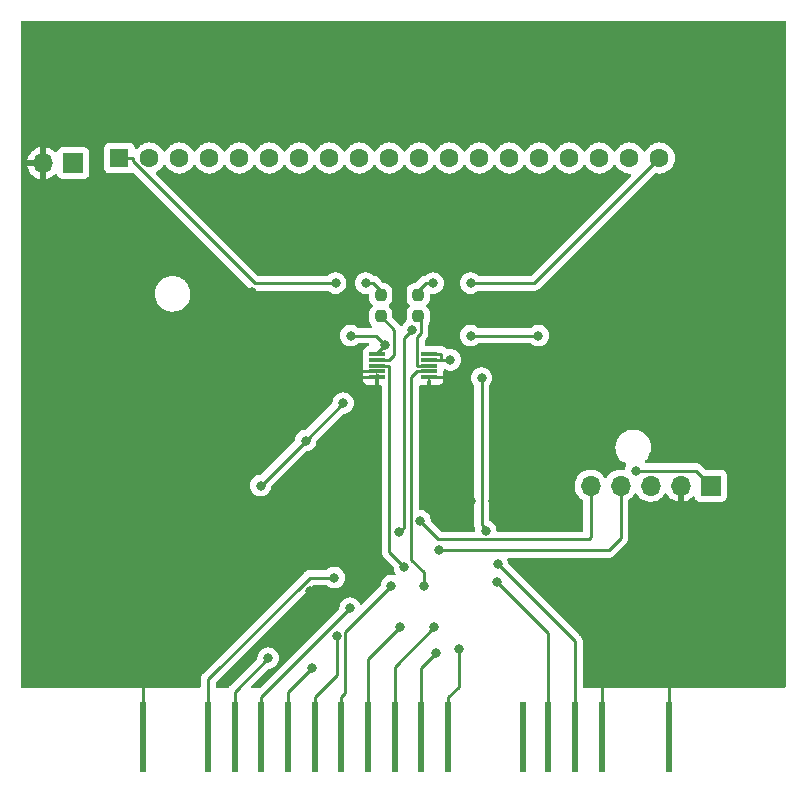
<source format=gbl>
%TF.GenerationSoftware,KiCad,Pcbnew,6.0.2+dfsg-1*%
%TF.CreationDate,2022-12-11T21:53:24+09:00*%
%TF.ProjectId,EL-210-MOD,454c2d32-3130-42d4-9d4f-442e6b696361,rev?*%
%TF.SameCoordinates,Original*%
%TF.FileFunction,Copper,L2,Bot*%
%TF.FilePolarity,Positive*%
%FSLAX46Y46*%
G04 Gerber Fmt 4.6, Leading zero omitted, Abs format (unit mm)*
G04 Created by KiCad (PCBNEW 6.0.2+dfsg-1) date 2022-12-11 21:53:24*
%MOMM*%
%LPD*%
G01*
G04 APERTURE LIST*
G04 Aperture macros list*
%AMRoundRect*
0 Rectangle with rounded corners*
0 $1 Rounding radius*
0 $2 $3 $4 $5 $6 $7 $8 $9 X,Y pos of 4 corners*
0 Add a 4 corners polygon primitive as box body*
4,1,4,$2,$3,$4,$5,$6,$7,$8,$9,$2,$3,0*
0 Add four circle primitives for the rounded corners*
1,1,$1+$1,$2,$3*
1,1,$1+$1,$4,$5*
1,1,$1+$1,$6,$7*
1,1,$1+$1,$8,$9*
0 Add four rect primitives between the rounded corners*
20,1,$1+$1,$2,$3,$4,$5,0*
20,1,$1+$1,$4,$5,$6,$7,0*
20,1,$1+$1,$6,$7,$8,$9,0*
20,1,$1+$1,$8,$9,$2,$3,0*%
G04 Aperture macros list end*
%TA.AperFunction,SMDPad,CuDef*%
%ADD10R,0.500000X6.000000*%
%TD*%
%TA.AperFunction,ComponentPad*%
%ADD11R,1.600000X1.600000*%
%TD*%
%TA.AperFunction,ComponentPad*%
%ADD12C,1.600000*%
%TD*%
%TA.AperFunction,ComponentPad*%
%ADD13R,1.700000X1.700000*%
%TD*%
%TA.AperFunction,ComponentPad*%
%ADD14O,1.700000X1.700000*%
%TD*%
%TA.AperFunction,SMDPad,CuDef*%
%ADD15R,1.400000X0.300000*%
%TD*%
%TA.AperFunction,SMDPad,CuDef*%
%ADD16RoundRect,0.237500X-0.237500X0.250000X-0.237500X-0.250000X0.237500X-0.250000X0.237500X0.250000X0*%
%TD*%
%TA.AperFunction,SMDPad,CuDef*%
%ADD17RoundRect,0.237500X0.237500X-0.250000X0.237500X0.250000X-0.237500X0.250000X-0.237500X-0.250000X0*%
%TD*%
%TA.AperFunction,ViaPad*%
%ADD18C,0.800000*%
%TD*%
%TA.AperFunction,Conductor*%
%ADD19C,0.250000*%
%TD*%
G04 APERTURE END LIST*
D10*
%TO.P,P1,1,GND*%
%TO.N,GND*%
X130000000Y-134500000D03*
%TO.P,P1,2,KEY1*%
%TO.N,/KEY1*%
X135500000Y-134500000D03*
%TO.P,P1,3,KEY2*%
%TO.N,/KEY2*%
X137756000Y-134500000D03*
%TO.P,P1,4,KEY3*%
%TO.N,/KEY3*%
X140012000Y-134500000D03*
%TO.P,P1,5,D8*%
%TO.N,/KD8*%
X142268000Y-134500000D03*
%TO.P,P1,6,D7*%
%TO.N,/KD7*%
X144524000Y-134500000D03*
%TO.P,P1,7,D6*%
%TO.N,/KD6*%
X146780000Y-134500000D03*
%TO.P,P1,8,D5*%
%TO.N,/KD5*%
X149036000Y-134500000D03*
%TO.P,P1,9,D4*%
%TO.N,/KD4*%
X151292000Y-134500000D03*
%TO.P,P1,10,D3*%
%TO.N,/KD3*%
X153548000Y-134500000D03*
%TO.P,P1,11,D2*%
%TO.N,/KD2*%
X155804000Y-134500000D03*
%TO.P,P1,12,NC*%
%TO.N,unconnected-(P1-Pad12)*%
X162200000Y-134500000D03*
%TO.P,P1,13,D1*%
%TO.N,/KD1*%
X164300000Y-134500000D03*
%TO.P,P1,14,D0*%
%TO.N,/KD0*%
X166580000Y-134500000D03*
%TO.P,P1,15,GND*%
%TO.N,GND*%
X168860000Y-134500000D03*
%TO.P,P1,16,GND*%
X174560000Y-134500000D03*
%TD*%
D11*
%TO.P,U1,1,H1*%
%TO.N,/H1*%
X128000000Y-85500000D03*
D12*
%TO.P,U1,2,Seg_a*%
%TO.N,/SEG_A*%
X130540000Y-85500000D03*
%TO.P,U1,3,D8*%
%TO.N,Net-(U1-Pad3)*%
X133080000Y-85500000D03*
%TO.P,U1,4,Seg_g*%
%TO.N,Net-(U1-Pad4)*%
X135620000Y-85500000D03*
%TO.P,U1,5,D7*%
%TO.N,Net-(U1-Pad5)*%
X138160000Y-85500000D03*
%TO.P,U1,6,Seg_f*%
%TO.N,Net-(U1-Pad6)*%
X140700000Y-85500000D03*
%TO.P,U1,7,D6*%
%TO.N,Net-(U1-Pad7)*%
X143240000Y-85500000D03*
%TO.P,U1,8,Seg_e*%
%TO.N,Net-(U1-Pad8)*%
X145780000Y-85500000D03*
%TO.P,U1,9,D5*%
%TO.N,Net-(U1-Pad9)*%
X148320000Y-85500000D03*
%TO.P,U1,10,D4*%
%TO.N,Net-(U1-Pad10)*%
X150860000Y-85500000D03*
%TO.P,U1,11,Seg_d*%
%TO.N,Net-(U1-Pad11)*%
X153400000Y-85500000D03*
%TO.P,U1,12,D3*%
%TO.N,Net-(U1-Pad12)*%
X155940000Y-85500000D03*
%TO.P,U1,13,DP*%
%TO.N,Net-(U1-Pad13)*%
X158480000Y-85500000D03*
%TO.P,U1,14,D2*%
%TO.N,Net-(U1-Pad14)*%
X161020000Y-85500000D03*
%TO.P,U1,15,Seg_c*%
%TO.N,Net-(U1-Pad15)*%
X163560000Y-85500000D03*
%TO.P,U1,16,D1*%
%TO.N,Net-(U1-Pad16)*%
X166100000Y-85500000D03*
%TO.P,U1,17,Seg_b*%
%TO.N,Net-(U1-Pad17)*%
X168640000Y-85500000D03*
%TO.P,U1,18,D0*%
%TO.N,Net-(U1-Pad18)*%
X171180000Y-85500000D03*
%TO.P,U1,19,H2*%
%TO.N,/H2*%
X173720000Y-85500000D03*
%TD*%
D13*
%TO.P,J2,1,Pin_1*%
%TO.N,+BATT*%
X124080000Y-85930000D03*
D14*
%TO.P,J2,2,Pin_2*%
%TO.N,GND*%
X121540000Y-85930000D03*
%TD*%
D13*
%TO.P,J1,1,Pin_1*%
%TO.N,/SWCLK*%
X178055000Y-113235000D03*
D14*
%TO.P,J1,2,Pin_2*%
%TO.N,GND*%
X175515000Y-113235000D03*
%TO.P,J1,3,Pin_3*%
%TO.N,/SWDIO*%
X172975000Y-113235000D03*
%TO.P,J1,4,Pin_4*%
%TO.N,/NRST*%
X170435000Y-113235000D03*
%TO.P,J1,5,Pin_5*%
%TO.N,/LPUART2_TX*%
X167895000Y-113235000D03*
%TD*%
D15*
%TO.P,U5,1,V+*%
%TO.N,+3V3*%
X154220000Y-102075000D03*
%TO.P,U5,2,NO1*%
X154220000Y-102575000D03*
%TO.P,U5,3,COM1*%
%TO.N,Net-(R2-Pad2)*%
X154220000Y-103075000D03*
%TO.P,U5,4,IN1*%
%TO.N,/TIM1_CH1N*%
X154220000Y-103575000D03*
%TO.P,U5,5,NC1*%
%TO.N,GND*%
X154220000Y-104075000D03*
%TO.P,U5,6,GND*%
X149820000Y-104075000D03*
%TO.P,U5,7,NC2*%
X149820000Y-103575000D03*
%TO.P,U5,8,IN2*%
%TO.N,/TIM1_CH1*%
X149820000Y-103075000D03*
%TO.P,U5,9,COM2*%
%TO.N,Net-(R3-Pad1)*%
X149820000Y-102575000D03*
%TO.P,U5,10,NO2*%
%TO.N,+3V3*%
X149820000Y-102075000D03*
%TD*%
D16*
%TO.P,R2,1*%
%TO.N,/H2*%
X153290000Y-97082500D03*
%TO.P,R2,2*%
%TO.N,Net-(R2-Pad2)*%
X153290000Y-98907500D03*
%TD*%
D17*
%TO.P,R3,1*%
%TO.N,Net-(R3-Pad1)*%
X150115000Y-98907500D03*
%TO.P,R3,2*%
%TO.N,/H1*%
X150115000Y-97082500D03*
%TD*%
D18*
%TO.N,GND*%
X171909000Y-117067500D03*
X124441800Y-97829300D03*
X132409600Y-93568600D03*
X180173000Y-94286300D03*
X137140800Y-101829700D03*
X123689200Y-100378900D03*
X158653700Y-101936800D03*
X170653500Y-97211200D03*
X162355200Y-108486700D03*
X146305000Y-119188500D03*
X144144500Y-122125200D03*
X139295800Y-102324900D03*
X139242600Y-96879900D03*
X159640000Y-114505000D03*
X157735000Y-114505000D03*
X172312900Y-103039700D03*
X174649600Y-123317300D03*
%TO.N,/H1*%
X148845000Y-96090000D03*
X146305000Y-96090000D03*
%TO.N,/H2*%
X157735000Y-96090000D03*
X154560000Y-96090000D03*
%TO.N,/BLANK*%
X159005000Y-117045000D03*
X158653700Y-104135900D03*
%TO.N,/LOAD*%
X152793100Y-100023800D03*
X151658900Y-117207600D03*
%TO.N,+3V3*%
X146940000Y-106250000D03*
X150507000Y-101298800D03*
X157735000Y-100535000D03*
X139955000Y-113235000D03*
X163450000Y-100535000D03*
X147575000Y-100535000D03*
X156021900Y-102588600D03*
X143765000Y-109425000D03*
%TO.N,/NRST*%
X155013700Y-118710800D03*
%TO.N,/TIM1_CH1N*%
X153776200Y-121724700D03*
%TO.N,/TIM1_CH1*%
X152114900Y-120130400D03*
%TO.N,/SWCLK*%
X171705000Y-111965000D03*
%TO.N,/LPUART2_TX*%
X153424800Y-116194700D03*
%TO.N,/KEY1*%
X146179400Y-121020700D03*
%TO.N,/KEY2*%
X140590000Y-127840000D03*
%TO.N,/KEY3*%
X147531900Y-123617200D03*
%TO.N,/KD8*%
X144340800Y-128640300D03*
%TO.N,/KD7*%
X146407200Y-125960800D03*
%TO.N,/KD6*%
X151029100Y-121711700D03*
%TO.N,/KD5*%
X151756000Y-125180200D03*
%TO.N,/KD4*%
X154638900Y-125234800D03*
%TO.N,/KD3*%
X154809300Y-127440800D03*
%TO.N,/KD2*%
X156711000Y-127043300D03*
%TO.N,/KD1*%
X159986600Y-121376600D03*
%TO.N,/KD0*%
X160006200Y-119846000D03*
%TD*%
D19*
%TO.N,GND*%
X149820000Y-103575000D02*
X148345000Y-103575000D01*
X130000000Y-128382000D02*
X130000000Y-134500000D01*
X154220000Y-104075000D02*
X155560000Y-104075000D01*
X168860000Y-128755800D02*
X168860000Y-134500000D01*
X174560000Y-128536700D02*
X174560000Y-134500000D01*
%TO.N,/H1*%
X149480000Y-96090000D02*
X148845000Y-96090000D01*
X150115000Y-97082500D02*
X150115000Y-96725000D01*
X139433800Y-96090000D02*
X129125100Y-85781300D01*
X146305000Y-96090000D02*
X139433800Y-96090000D01*
X150115000Y-96725000D02*
X149480000Y-96090000D01*
X129125100Y-85500000D02*
X128000000Y-85500000D01*
X129125100Y-85781300D02*
X129125100Y-85500000D01*
%TO.N,/H2*%
X153925000Y-96090000D02*
X154560000Y-96090000D01*
X153290000Y-96725000D02*
X153925000Y-96090000D01*
X153290000Y-97082500D02*
X153290000Y-96725000D01*
X163130000Y-96090000D02*
X173720000Y-85500000D01*
X157735000Y-96090000D02*
X163130000Y-96090000D01*
%TO.N,/BLANK*%
X158653700Y-116463800D02*
X158653700Y-104135900D01*
X159005000Y-117045000D02*
X158653700Y-116463800D01*
%TO.N,/LOAD*%
X152054300Y-100762600D02*
X152793100Y-100023800D01*
X151658900Y-117207600D02*
X152054300Y-116812200D01*
X152054300Y-116812200D02*
X152054300Y-100762600D01*
%TO.N,+3V3*%
X143765000Y-109425000D02*
X146940000Y-106250000D01*
X149820000Y-101985800D02*
X149820000Y-102075000D01*
X155258700Y-102588600D02*
X155245100Y-102575000D01*
X154220000Y-102075000D02*
X155245100Y-102075000D01*
X149743200Y-100535000D02*
X147575000Y-100535000D01*
X154220000Y-102575000D02*
X155245100Y-102575000D01*
X156021900Y-102588600D02*
X155258700Y-102588600D01*
X143765000Y-109425000D02*
X139955000Y-113235000D01*
X157735000Y-100535000D02*
X163450000Y-100535000D01*
X150507000Y-101298800D02*
X149820000Y-101985800D01*
X150507000Y-101298800D02*
X149743200Y-100535000D01*
X155245100Y-102075000D02*
X155245100Y-102575000D01*
%TO.N,/NRST*%
X155013700Y-118710800D02*
X169404200Y-118710800D01*
X170435000Y-117680000D02*
X170435000Y-113235000D01*
X169404200Y-118710800D02*
X170435000Y-117680000D01*
%TO.N,/TIM1_CH1N*%
X153776200Y-120571100D02*
X153776200Y-121724700D01*
X154220000Y-103575000D02*
X153194900Y-103575000D01*
X153194900Y-103575000D02*
X152699700Y-104070200D01*
X152699700Y-104070200D02*
X152699700Y-119494600D01*
X152699700Y-119494600D02*
X153776200Y-120571100D01*
%TO.N,/TIM1_CH1*%
X149820000Y-103075000D02*
X150845100Y-103075000D01*
X150845100Y-118860600D02*
X152114900Y-120130400D01*
X150845100Y-103075000D02*
X150845100Y-118860600D01*
%TO.N,/SWCLK*%
X171705000Y-111965000D02*
X176785000Y-111965000D01*
X176785000Y-111965000D02*
X178055000Y-113235000D01*
%TO.N,/LPUART2_TX*%
X167736988Y-117769511D02*
X167895000Y-117611499D01*
X153424800Y-116194700D02*
X154999611Y-117769511D01*
X154999611Y-117769511D02*
X167736988Y-117769511D01*
X167895000Y-117611499D02*
X167895000Y-113235000D01*
%TO.N,/KEY1*%
X144130000Y-121020700D02*
X135500000Y-129650700D01*
X146179400Y-121020700D02*
X144130000Y-121020700D01*
X135500000Y-129650700D02*
X135500000Y-134500000D01*
%TO.N,/KEY2*%
X137756000Y-130674000D02*
X140590000Y-127840000D01*
X137756000Y-134500000D02*
X137756000Y-130674000D01*
%TO.N,/KEY3*%
X140012000Y-131137100D02*
X140012000Y-134500000D01*
X147531900Y-123617200D02*
X140012000Y-131137100D01*
%TO.N,/KD8*%
X144340800Y-128640300D02*
X142268000Y-130713100D01*
X142268000Y-130713100D02*
X142268000Y-134500000D01*
%TO.N,/KD7*%
X144524000Y-134500000D02*
X144524000Y-131174900D01*
X146407200Y-129291700D02*
X146407200Y-125960800D01*
X144524000Y-131174900D02*
X146407200Y-129291700D01*
%TO.N,/KD6*%
X147132300Y-130822600D02*
X147132300Y-125608500D01*
X146780000Y-134500000D02*
X146780000Y-131174900D01*
X147132300Y-125608500D02*
X151029100Y-121711700D01*
X146780000Y-131174900D02*
X147132300Y-130822600D01*
%TO.N,/KD5*%
X149036000Y-127900200D02*
X149036000Y-134500000D01*
X151756000Y-125180200D02*
X149036000Y-127900200D01*
%TO.N,/KD4*%
X154638900Y-125234800D02*
X151292000Y-128581700D01*
X151292000Y-128581700D02*
X151292000Y-134500000D01*
%TO.N,/KD3*%
X154809300Y-127440800D02*
X153548000Y-128702100D01*
X153548000Y-128702100D02*
X153548000Y-134500000D01*
%TO.N,/KD2*%
X155804000Y-134500000D02*
X155804000Y-131174900D01*
X156711000Y-127043300D02*
X156711000Y-130267900D01*
X156711000Y-130267900D02*
X155804000Y-131174900D01*
%TO.N,/KD1*%
X164300000Y-125690000D02*
X164300000Y-134500000D01*
X159986600Y-121376600D02*
X164300000Y-125690000D01*
%TO.N,/KD0*%
X160006200Y-119846000D02*
X166580000Y-126419800D01*
X166580000Y-126419800D02*
X166580000Y-134500000D01*
%TO.N,Net-(R2-Pad2)*%
X153518200Y-100324200D02*
X153518200Y-99135700D01*
X153194900Y-103075000D02*
X153194900Y-100647500D01*
X153518200Y-99135700D02*
X153290000Y-98907500D01*
X153194900Y-100647500D02*
X153518200Y-100324200D01*
X154220000Y-103075000D02*
X153194900Y-103075000D01*
%TO.N,Net-(R3-Pad1)*%
X150845100Y-102575000D02*
X151232100Y-102188000D01*
X151232100Y-102188000D02*
X151232100Y-100024600D01*
X149820000Y-102575000D02*
X150845100Y-102575000D01*
X151232100Y-100024600D02*
X150115000Y-98907500D01*
%TD*%
%TA.AperFunction,Conductor*%
%TO.N,GND*%
G36*
X184347121Y-73885002D02*
G01*
X184393614Y-73938658D01*
X184405000Y-73991000D01*
X184405000Y-130254000D01*
X184384998Y-130322121D01*
X184331342Y-130368614D01*
X184279000Y-130380000D01*
X167339500Y-130380000D01*
X167271379Y-130359998D01*
X167224886Y-130306342D01*
X167213500Y-130254000D01*
X167213500Y-126498567D01*
X167214027Y-126487384D01*
X167215702Y-126479891D01*
X167213562Y-126411814D01*
X167213500Y-126407855D01*
X167213500Y-126379944D01*
X167212995Y-126375944D01*
X167212062Y-126364101D01*
X167211951Y-126360551D01*
X167210673Y-126319910D01*
X167205022Y-126300458D01*
X167201014Y-126281106D01*
X167199467Y-126268863D01*
X167198474Y-126261003D01*
X167193919Y-126249497D01*
X167182200Y-126219897D01*
X167178355Y-126208670D01*
X167177721Y-126206487D01*
X167166018Y-126166207D01*
X167155707Y-126148772D01*
X167147012Y-126131024D01*
X167139552Y-126112183D01*
X167113564Y-126076413D01*
X167107048Y-126066493D01*
X167088580Y-126035265D01*
X167088578Y-126035262D01*
X167084542Y-126028438D01*
X167070221Y-126014117D01*
X167057380Y-125999083D01*
X167050131Y-125989106D01*
X167045472Y-125982693D01*
X167011395Y-125954502D01*
X167002616Y-125946512D01*
X160953322Y-119897217D01*
X160919296Y-119834905D01*
X160917107Y-119821292D01*
X160900432Y-119662635D01*
X160900432Y-119662633D01*
X160899742Y-119656072D01*
X160852032Y-119509236D01*
X160850004Y-119438269D01*
X160886667Y-119377471D01*
X160950379Y-119346145D01*
X160971865Y-119344300D01*
X169325433Y-119344300D01*
X169336616Y-119344827D01*
X169344109Y-119346502D01*
X169352035Y-119346253D01*
X169352036Y-119346253D01*
X169412186Y-119344362D01*
X169416145Y-119344300D01*
X169444056Y-119344300D01*
X169447991Y-119343803D01*
X169448056Y-119343795D01*
X169459893Y-119342862D01*
X169492151Y-119341848D01*
X169496170Y-119341722D01*
X169504089Y-119341473D01*
X169523543Y-119335821D01*
X169542900Y-119331813D01*
X169555130Y-119330268D01*
X169555131Y-119330268D01*
X169562997Y-119329274D01*
X169570368Y-119326355D01*
X169570370Y-119326355D01*
X169604112Y-119312996D01*
X169615342Y-119309151D01*
X169650183Y-119299029D01*
X169650184Y-119299029D01*
X169657793Y-119296818D01*
X169664612Y-119292785D01*
X169664617Y-119292783D01*
X169675228Y-119286507D01*
X169692976Y-119277812D01*
X169711817Y-119270352D01*
X169747587Y-119244364D01*
X169757507Y-119237848D01*
X169788735Y-119219380D01*
X169788738Y-119219378D01*
X169795562Y-119215342D01*
X169809883Y-119201021D01*
X169824917Y-119188180D01*
X169834894Y-119180931D01*
X169841307Y-119176272D01*
X169869498Y-119142195D01*
X169877488Y-119133416D01*
X170827247Y-118183657D01*
X170835537Y-118176113D01*
X170842018Y-118172000D01*
X170888659Y-118122332D01*
X170891413Y-118119491D01*
X170911134Y-118099770D01*
X170913612Y-118096575D01*
X170921318Y-118087553D01*
X170946158Y-118061101D01*
X170951586Y-118055321D01*
X170961346Y-118037568D01*
X170972199Y-118021045D01*
X170979753Y-118011306D01*
X170984613Y-118005041D01*
X171002176Y-117964457D01*
X171007383Y-117953827D01*
X171028695Y-117915060D01*
X171030666Y-117907383D01*
X171030668Y-117907378D01*
X171033732Y-117895442D01*
X171040138Y-117876730D01*
X171045034Y-117865417D01*
X171048181Y-117858145D01*
X171055097Y-117814481D01*
X171057504Y-117802860D01*
X171066528Y-117767711D01*
X171066528Y-117767710D01*
X171068500Y-117760030D01*
X171068500Y-117739769D01*
X171070051Y-117720058D01*
X171071979Y-117707885D01*
X171073219Y-117700057D01*
X171069059Y-117656046D01*
X171068500Y-117644189D01*
X171068500Y-114515427D01*
X171088502Y-114447306D01*
X171129618Y-114407550D01*
X171132994Y-114405896D01*
X171314860Y-114276173D01*
X171473096Y-114118489D01*
X171482670Y-114105166D01*
X171603453Y-113937077D01*
X171604776Y-113938028D01*
X171651645Y-113894857D01*
X171721580Y-113882625D01*
X171787026Y-113910144D01*
X171814875Y-113941994D01*
X171874987Y-114040088D01*
X172021250Y-114208938D01*
X172193126Y-114351632D01*
X172386000Y-114464338D01*
X172594692Y-114544030D01*
X172599760Y-114545061D01*
X172599763Y-114545062D01*
X172694862Y-114564410D01*
X172813597Y-114588567D01*
X172818772Y-114588757D01*
X172818774Y-114588757D01*
X173031673Y-114596564D01*
X173031677Y-114596564D01*
X173036837Y-114596753D01*
X173041957Y-114596097D01*
X173041959Y-114596097D01*
X173253288Y-114569025D01*
X173253289Y-114569025D01*
X173258416Y-114568368D01*
X173263366Y-114566883D01*
X173467429Y-114505661D01*
X173467434Y-114505659D01*
X173472384Y-114504174D01*
X173672994Y-114405896D01*
X173854860Y-114276173D01*
X174013096Y-114118489D01*
X174022670Y-114105166D01*
X174143453Y-113937077D01*
X174144640Y-113937930D01*
X174191960Y-113894362D01*
X174261897Y-113882145D01*
X174327338Y-113909678D01*
X174355166Y-113941511D01*
X174412694Y-114035388D01*
X174418777Y-114043699D01*
X174558213Y-114204667D01*
X174565580Y-114211883D01*
X174729434Y-114347916D01*
X174737881Y-114353831D01*
X174921756Y-114461279D01*
X174931042Y-114465729D01*
X175130001Y-114541703D01*
X175139899Y-114544579D01*
X175243250Y-114565606D01*
X175257299Y-114564410D01*
X175261000Y-114554065D01*
X175261000Y-113107000D01*
X175281002Y-113038879D01*
X175334658Y-112992386D01*
X175387000Y-112981000D01*
X175643000Y-112981000D01*
X175711121Y-113001002D01*
X175757614Y-113054658D01*
X175769000Y-113107000D01*
X175769000Y-114553517D01*
X175773064Y-114567359D01*
X175786478Y-114569393D01*
X175793184Y-114568534D01*
X175803262Y-114566392D01*
X176007255Y-114505191D01*
X176016842Y-114501433D01*
X176208095Y-114407739D01*
X176216945Y-114402464D01*
X176390328Y-114278792D01*
X176398193Y-114272145D01*
X176502897Y-114167805D01*
X176565268Y-114133889D01*
X176636075Y-114139077D01*
X176692837Y-114181723D01*
X176709819Y-114212826D01*
X176754385Y-114331705D01*
X176841739Y-114448261D01*
X176958295Y-114535615D01*
X177094684Y-114586745D01*
X177156866Y-114593500D01*
X178953134Y-114593500D01*
X179015316Y-114586745D01*
X179151705Y-114535615D01*
X179268261Y-114448261D01*
X179355615Y-114331705D01*
X179406745Y-114195316D01*
X179413500Y-114133134D01*
X179413500Y-112336866D01*
X179406745Y-112274684D01*
X179355615Y-112138295D01*
X179268261Y-112021739D01*
X179151705Y-111934385D01*
X179015316Y-111883255D01*
X178953134Y-111876500D01*
X177644595Y-111876500D01*
X177576474Y-111856498D01*
X177555500Y-111839595D01*
X177288652Y-111572747D01*
X177281112Y-111564461D01*
X177277000Y-111557982D01*
X177227348Y-111511356D01*
X177224507Y-111508602D01*
X177204770Y-111488865D01*
X177201573Y-111486385D01*
X177192551Y-111478680D01*
X177166100Y-111453841D01*
X177160321Y-111448414D01*
X177153375Y-111444595D01*
X177153372Y-111444593D01*
X177142566Y-111438652D01*
X177126047Y-111427801D01*
X177125583Y-111427441D01*
X177110041Y-111415386D01*
X177102772Y-111412241D01*
X177102768Y-111412238D01*
X177069463Y-111397826D01*
X177058813Y-111392609D01*
X177020060Y-111371305D01*
X177000437Y-111366267D01*
X176981734Y-111359863D01*
X176970420Y-111354967D01*
X176970419Y-111354967D01*
X176963145Y-111351819D01*
X176955322Y-111350580D01*
X176955312Y-111350577D01*
X176919476Y-111344901D01*
X176907856Y-111342495D01*
X176872711Y-111333472D01*
X176872710Y-111333472D01*
X176865030Y-111331500D01*
X176844776Y-111331500D01*
X176825065Y-111329949D01*
X176812886Y-111328020D01*
X176805057Y-111326780D01*
X176797165Y-111327526D01*
X176761039Y-111330941D01*
X176749181Y-111331500D01*
X172604281Y-111331500D01*
X172536160Y-111311498D01*
X172489667Y-111257842D01*
X172479563Y-111187568D01*
X172509057Y-111122988D01*
X172520956Y-111110986D01*
X172584858Y-111054650D01*
X172584861Y-111054647D01*
X172588655Y-111051302D01*
X172742734Y-110863722D01*
X172864841Y-110653922D01*
X172951833Y-110427298D01*
X172970827Y-110336379D01*
X173000440Y-110194631D01*
X173000440Y-110194627D01*
X173001474Y-110189680D01*
X173012486Y-109947183D01*
X172997235Y-109815373D01*
X172985167Y-109711071D01*
X172985166Y-109711067D01*
X172984585Y-109706044D01*
X172945517Y-109567978D01*
X172919866Y-109477331D01*
X172918490Y-109472468D01*
X172916356Y-109467892D01*
X172916354Y-109467886D01*
X172818038Y-109257046D01*
X172818036Y-109257042D01*
X172815901Y-109252464D01*
X172679456Y-109051693D01*
X172512668Y-108875319D01*
X172508641Y-108872240D01*
X172323846Y-108730953D01*
X172323842Y-108730950D01*
X172319826Y-108727880D01*
X172105891Y-108613169D01*
X171876369Y-108534138D01*
X171757586Y-108513621D01*
X171641074Y-108493496D01*
X171641068Y-108493495D01*
X171637164Y-108492821D01*
X171633203Y-108492641D01*
X171633202Y-108492641D01*
X171609494Y-108491564D01*
X171609475Y-108491564D01*
X171608075Y-108491500D01*
X171438999Y-108491500D01*
X171436491Y-108491702D01*
X171436486Y-108491702D01*
X171263076Y-108505654D01*
X171263071Y-108505655D01*
X171258035Y-108506060D01*
X171253127Y-108507266D01*
X171253124Y-108507266D01*
X171137007Y-108535787D01*
X171022294Y-108563963D01*
X171017642Y-108565938D01*
X171017638Y-108565939D01*
X170910252Y-108611522D01*
X170798844Y-108658812D01*
X170794560Y-108661510D01*
X170597712Y-108785472D01*
X170597709Y-108785474D01*
X170593433Y-108788167D01*
X170589639Y-108791512D01*
X170415142Y-108945350D01*
X170415139Y-108945353D01*
X170411345Y-108948698D01*
X170408135Y-108952606D01*
X170408134Y-108952607D01*
X170320144Y-109059729D01*
X170257266Y-109136278D01*
X170135159Y-109346078D01*
X170133346Y-109350801D01*
X170098751Y-109440926D01*
X170048167Y-109572702D01*
X170047133Y-109577652D01*
X170047132Y-109577655D01*
X170039346Y-109614928D01*
X169998526Y-109810320D01*
X169987514Y-110052817D01*
X169988095Y-110057837D01*
X169988095Y-110057841D01*
X170006409Y-110216118D01*
X170015415Y-110293956D01*
X170016791Y-110298820D01*
X170016792Y-110298823D01*
X170062476Y-110460266D01*
X170081510Y-110527532D01*
X170083644Y-110532108D01*
X170083646Y-110532114D01*
X170140446Y-110653922D01*
X170184099Y-110747536D01*
X170320544Y-110948307D01*
X170487332Y-111124681D01*
X170491358Y-111127759D01*
X170491359Y-111127760D01*
X170676154Y-111269047D01*
X170676158Y-111269050D01*
X170680174Y-111272120D01*
X170851159Y-111363801D01*
X170852561Y-111364553D01*
X170903144Y-111414371D01*
X170918764Y-111483628D01*
X170902139Y-111538597D01*
X170870473Y-111593444D01*
X170811458Y-111775072D01*
X170810769Y-111781631D01*
X170810768Y-111781634D01*
X170810437Y-111784787D01*
X170809736Y-111786490D01*
X170809394Y-111788100D01*
X170809100Y-111788037D01*
X170783423Y-111850444D01*
X170725201Y-111891073D01*
X170663032Y-111895662D01*
X170563284Y-111877894D01*
X170489452Y-111876992D01*
X170345081Y-111875228D01*
X170345079Y-111875228D01*
X170339911Y-111875165D01*
X170119091Y-111908955D01*
X169906756Y-111978357D01*
X169708607Y-112081507D01*
X169704474Y-112084610D01*
X169704471Y-112084612D01*
X169534100Y-112212530D01*
X169529965Y-112215635D01*
X169375629Y-112377138D01*
X169268201Y-112534621D01*
X169213293Y-112579621D01*
X169142768Y-112587792D01*
X169079021Y-112556538D01*
X169058324Y-112532054D01*
X168977822Y-112407617D01*
X168977820Y-112407614D01*
X168975014Y-112403277D01*
X168824670Y-112238051D01*
X168820619Y-112234852D01*
X168820615Y-112234848D01*
X168653414Y-112102800D01*
X168653410Y-112102798D01*
X168649359Y-112099598D01*
X168453789Y-111991638D01*
X168448920Y-111989914D01*
X168448916Y-111989912D01*
X168248087Y-111918795D01*
X168248083Y-111918794D01*
X168243212Y-111917069D01*
X168238119Y-111916162D01*
X168238116Y-111916161D01*
X168028373Y-111878800D01*
X168028367Y-111878799D01*
X168023284Y-111877894D01*
X167949452Y-111876992D01*
X167805081Y-111875228D01*
X167805079Y-111875228D01*
X167799911Y-111875165D01*
X167579091Y-111908955D01*
X167366756Y-111978357D01*
X167168607Y-112081507D01*
X167164474Y-112084610D01*
X167164471Y-112084612D01*
X166994100Y-112212530D01*
X166989965Y-112215635D01*
X166835629Y-112377138D01*
X166709743Y-112561680D01*
X166615688Y-112764305D01*
X166555989Y-112979570D01*
X166532251Y-113201695D01*
X166545110Y-113424715D01*
X166546247Y-113429761D01*
X166546248Y-113429767D01*
X166567275Y-113523069D01*
X166594222Y-113642639D01*
X166678266Y-113849616D01*
X166717638Y-113913866D01*
X166792291Y-114035688D01*
X166794987Y-114040088D01*
X166941250Y-114208938D01*
X167113126Y-114351632D01*
X167117593Y-114354242D01*
X167199070Y-114401853D01*
X167247794Y-114453491D01*
X167261500Y-114510641D01*
X167261500Y-117010011D01*
X167241498Y-117078132D01*
X167187842Y-117124625D01*
X167135500Y-117136011D01*
X160041521Y-117136011D01*
X159973400Y-117116009D01*
X159926907Y-117062353D01*
X159916211Y-117023182D01*
X159899232Y-116861634D01*
X159899231Y-116861631D01*
X159898542Y-116855072D01*
X159839527Y-116673444D01*
X159744040Y-116508056D01*
X159616253Y-116366134D01*
X159461752Y-116253882D01*
X159455724Y-116251198D01*
X159455722Y-116251197D01*
X159361951Y-116209448D01*
X159307856Y-116163468D01*
X159287200Y-116094341D01*
X159287200Y-104838424D01*
X159307202Y-104770303D01*
X159319558Y-104754121D01*
X159392740Y-104672844D01*
X159488227Y-104507456D01*
X159547242Y-104325828D01*
X159553145Y-104269669D01*
X159566514Y-104142465D01*
X159567204Y-104135900D01*
X159550157Y-103973706D01*
X159547932Y-103952535D01*
X159547932Y-103952533D01*
X159547242Y-103945972D01*
X159488227Y-103764344D01*
X159481968Y-103753502D01*
X159396041Y-103604674D01*
X159392740Y-103598956D01*
X159278284Y-103471839D01*
X159269375Y-103461945D01*
X159269374Y-103461944D01*
X159264953Y-103457034D01*
X159110452Y-103344782D01*
X159104424Y-103342098D01*
X159104422Y-103342097D01*
X158942019Y-103269791D01*
X158942018Y-103269791D01*
X158935988Y-103267106D01*
X158842588Y-103247253D01*
X158755644Y-103228772D01*
X158755639Y-103228772D01*
X158749187Y-103227400D01*
X158558213Y-103227400D01*
X158551761Y-103228772D01*
X158551756Y-103228772D01*
X158464812Y-103247253D01*
X158371412Y-103267106D01*
X158365382Y-103269791D01*
X158365381Y-103269791D01*
X158202978Y-103342097D01*
X158202976Y-103342098D01*
X158196948Y-103344782D01*
X158042447Y-103457034D01*
X158038026Y-103461944D01*
X158038025Y-103461945D01*
X158029117Y-103471839D01*
X157914660Y-103598956D01*
X157911359Y-103604674D01*
X157825433Y-103753502D01*
X157819173Y-103764344D01*
X157760158Y-103945972D01*
X157759468Y-103952533D01*
X157759468Y-103952535D01*
X157757243Y-103973706D01*
X157740196Y-104135900D01*
X157740886Y-104142465D01*
X157754256Y-104269669D01*
X157760158Y-104325828D01*
X157819173Y-104507456D01*
X157914660Y-104672844D01*
X157987837Y-104754115D01*
X158018553Y-104818121D01*
X158020200Y-104838424D01*
X158020200Y-116383835D01*
X158019749Y-116394487D01*
X158019106Y-116402066D01*
X158017451Y-116409819D01*
X158017776Y-116417739D01*
X158017776Y-116417740D01*
X158020094Y-116474212D01*
X158020200Y-116479379D01*
X158020200Y-116503656D01*
X158020696Y-116507582D01*
X158020696Y-116507583D01*
X158021165Y-116511294D01*
X158022052Y-116521919D01*
X158024015Y-116569743D01*
X158028796Y-116585627D01*
X158033148Y-116606146D01*
X158035226Y-116622597D01*
X158038143Y-116629965D01*
X158038145Y-116629972D01*
X158052847Y-116667104D01*
X158056350Y-116677176D01*
X158070144Y-116723010D01*
X158074244Y-116729793D01*
X158078727Y-116737210D01*
X158088043Y-116755997D01*
X158094148Y-116771417D01*
X158097860Y-116776526D01*
X158112995Y-116845154D01*
X158111721Y-116854263D01*
X158111458Y-116855072D01*
X158097094Y-116991734D01*
X158093789Y-117023182D01*
X158066776Y-117088838D01*
X158008554Y-117129468D01*
X157968479Y-117136011D01*
X155314206Y-117136011D01*
X155246085Y-117116009D01*
X155225110Y-117099106D01*
X154371921Y-116245916D01*
X154337896Y-116183604D01*
X154335707Y-116169991D01*
X154319032Y-116011335D01*
X154319032Y-116011333D01*
X154318342Y-116004772D01*
X154259327Y-115823144D01*
X154163840Y-115657756D01*
X154036053Y-115515834D01*
X153881552Y-115403582D01*
X153875524Y-115400898D01*
X153875522Y-115400897D01*
X153713119Y-115328591D01*
X153713118Y-115328591D01*
X153707088Y-115325906D01*
X153613687Y-115306053D01*
X153526744Y-115287572D01*
X153526739Y-115287572D01*
X153520287Y-115286200D01*
X153459200Y-115286200D01*
X153391079Y-115266198D01*
X153344586Y-115212542D01*
X153333200Y-115160200D01*
X153333200Y-104858312D01*
X153353202Y-104790191D01*
X153406858Y-104743698D01*
X153466010Y-104732496D01*
X153475322Y-104733000D01*
X154051885Y-104733000D01*
X154067124Y-104728525D01*
X154068329Y-104727135D01*
X154070000Y-104719452D01*
X154070000Y-104359500D01*
X154090002Y-104291379D01*
X154143658Y-104244886D01*
X154196000Y-104233500D01*
X154244000Y-104233500D01*
X154312121Y-104253502D01*
X154358614Y-104307158D01*
X154370000Y-104359500D01*
X154370000Y-104714884D01*
X154374475Y-104730123D01*
X154375865Y-104731328D01*
X154383548Y-104732999D01*
X154964669Y-104732999D01*
X154971490Y-104732629D01*
X155022352Y-104727105D01*
X155037604Y-104723479D01*
X155158054Y-104678324D01*
X155173649Y-104669786D01*
X155275724Y-104593285D01*
X155288285Y-104580724D01*
X155364786Y-104478649D01*
X155373324Y-104463054D01*
X155418478Y-104342606D01*
X155422105Y-104327351D01*
X155427631Y-104276486D01*
X155428000Y-104269672D01*
X155428000Y-104243115D01*
X155423525Y-104227876D01*
X155422135Y-104226671D01*
X155405235Y-104222995D01*
X155342922Y-104188970D01*
X155308897Y-104126658D01*
X155313961Y-104055843D01*
X155331190Y-104024310D01*
X155365231Y-103978889D01*
X155365231Y-103978888D01*
X155370614Y-103971706D01*
X155370903Y-103971922D01*
X155417065Y-103925861D01*
X155422418Y-103923647D01*
X155426328Y-103919135D01*
X155427999Y-103911452D01*
X155427999Y-103880330D01*
X155427630Y-103873509D01*
X155424091Y-103840930D01*
X155424091Y-103813716D01*
X155424344Y-103811393D01*
X155428500Y-103773134D01*
X155428500Y-103512902D01*
X155448502Y-103444781D01*
X155502158Y-103398288D01*
X155572432Y-103388184D01*
X155605748Y-103397795D01*
X155733577Y-103454708D01*
X155733585Y-103454711D01*
X155739612Y-103457394D01*
X155833012Y-103477247D01*
X155919956Y-103495728D01*
X155919961Y-103495728D01*
X155926413Y-103497100D01*
X156117387Y-103497100D01*
X156123839Y-103495728D01*
X156123844Y-103495728D01*
X156210788Y-103477247D01*
X156304188Y-103457394D01*
X156313718Y-103453151D01*
X156472622Y-103382403D01*
X156472624Y-103382402D01*
X156478652Y-103379718D01*
X156633153Y-103267466D01*
X156760940Y-103125544D01*
X156856427Y-102960156D01*
X156915442Y-102778528D01*
X156935404Y-102588600D01*
X156915442Y-102398672D01*
X156856427Y-102217044D01*
X156760940Y-102051656D01*
X156633153Y-101909734D01*
X156513141Y-101822540D01*
X156483994Y-101801363D01*
X156483993Y-101801362D01*
X156478652Y-101797482D01*
X156472624Y-101794798D01*
X156472622Y-101794797D01*
X156310219Y-101722491D01*
X156310218Y-101722491D01*
X156304188Y-101719806D01*
X156196801Y-101696980D01*
X156123844Y-101681472D01*
X156123839Y-101681472D01*
X156117387Y-101680100D01*
X155926413Y-101680100D01*
X155919960Y-101681472D01*
X155919947Y-101681473D01*
X155846996Y-101696980D01*
X155776206Y-101691579D01*
X155734543Y-101665581D01*
X155731084Y-101662332D01*
X155715412Y-101644554D01*
X155715234Y-101644309D01*
X155715232Y-101644307D01*
X155710572Y-101637893D01*
X155704462Y-101632838D01*
X155667304Y-101602097D01*
X155661370Y-101596866D01*
X155626202Y-101563842D01*
X155626199Y-101563840D01*
X155620421Y-101558414D01*
X155613197Y-101554442D01*
X155593594Y-101541119D01*
X155593354Y-101540920D01*
X155593347Y-101540916D01*
X155587244Y-101535867D01*
X155536424Y-101511953D01*
X155529392Y-101508371D01*
X155480160Y-101481305D01*
X155472485Y-101479335D01*
X155472479Y-101479332D01*
X155472181Y-101479256D01*
X155449872Y-101471224D01*
X155449597Y-101471094D01*
X155449589Y-101471091D01*
X155442418Y-101467717D01*
X155387251Y-101457194D01*
X155379542Y-101455471D01*
X155345549Y-101446743D01*
X155332807Y-101443471D01*
X155332806Y-101443471D01*
X155325130Y-101441500D01*
X155316893Y-101441500D01*
X155293284Y-101439268D01*
X155292981Y-101439210D01*
X155292977Y-101439210D01*
X155285194Y-101437725D01*
X155229149Y-101441251D01*
X155221238Y-101441500D01*
X155101826Y-101441500D01*
X155057596Y-101433482D01*
X155030316Y-101423255D01*
X154968134Y-101416500D01*
X153954400Y-101416500D01*
X153886279Y-101396498D01*
X153839786Y-101342842D01*
X153828400Y-101290500D01*
X153828400Y-100962094D01*
X153848402Y-100893973D01*
X153865305Y-100872999D01*
X153910447Y-100827857D01*
X153918737Y-100820313D01*
X153925218Y-100816200D01*
X153971859Y-100766532D01*
X153974613Y-100763691D01*
X153994334Y-100743970D01*
X153996812Y-100740775D01*
X154004518Y-100731753D01*
X154029358Y-100705301D01*
X154034786Y-100699521D01*
X154044546Y-100681768D01*
X154055399Y-100665245D01*
X154062953Y-100655506D01*
X154067813Y-100649241D01*
X154085376Y-100608657D01*
X154090583Y-100598027D01*
X154111895Y-100559260D01*
X154113866Y-100551583D01*
X154113868Y-100551578D01*
X154116932Y-100539642D01*
X154118521Y-100535000D01*
X156821496Y-100535000D01*
X156822186Y-100541565D01*
X156838788Y-100699521D01*
X156841458Y-100724928D01*
X156900473Y-100906556D01*
X156995960Y-101071944D01*
X157123747Y-101213866D01*
X157278248Y-101326118D01*
X157284276Y-101328802D01*
X157284278Y-101328803D01*
X157446681Y-101401109D01*
X157452712Y-101403794D01*
X157527840Y-101419763D01*
X157633056Y-101442128D01*
X157633061Y-101442128D01*
X157639513Y-101443500D01*
X157830487Y-101443500D01*
X157836939Y-101442128D01*
X157836944Y-101442128D01*
X157942160Y-101419763D01*
X158017288Y-101403794D01*
X158023319Y-101401109D01*
X158185722Y-101328803D01*
X158185724Y-101328802D01*
X158191752Y-101326118D01*
X158346253Y-101213866D01*
X158350668Y-101208963D01*
X158355580Y-101204540D01*
X158356705Y-101205789D01*
X158410014Y-101172949D01*
X158443200Y-101168500D01*
X162741800Y-101168500D01*
X162809921Y-101188502D01*
X162829147Y-101204843D01*
X162829420Y-101204540D01*
X162834332Y-101208963D01*
X162838747Y-101213866D01*
X162993248Y-101326118D01*
X162999276Y-101328802D01*
X162999278Y-101328803D01*
X163161681Y-101401109D01*
X163167712Y-101403794D01*
X163242840Y-101419763D01*
X163348056Y-101442128D01*
X163348061Y-101442128D01*
X163354513Y-101443500D01*
X163545487Y-101443500D01*
X163551939Y-101442128D01*
X163551944Y-101442128D01*
X163657160Y-101419763D01*
X163732288Y-101403794D01*
X163738319Y-101401109D01*
X163900722Y-101328803D01*
X163900724Y-101328802D01*
X163906752Y-101326118D01*
X164061253Y-101213866D01*
X164189040Y-101071944D01*
X164284527Y-100906556D01*
X164343542Y-100724928D01*
X164346213Y-100699521D01*
X164362814Y-100541565D01*
X164363504Y-100535000D01*
X164343542Y-100345072D01*
X164284527Y-100163444D01*
X164189040Y-99998056D01*
X164113332Y-99913973D01*
X164065675Y-99861045D01*
X164065674Y-99861044D01*
X164061253Y-99856134D01*
X163906752Y-99743882D01*
X163900724Y-99741198D01*
X163900722Y-99741197D01*
X163738319Y-99668891D01*
X163738318Y-99668891D01*
X163732288Y-99666206D01*
X163636187Y-99645779D01*
X163551944Y-99627872D01*
X163551939Y-99627872D01*
X163545487Y-99626500D01*
X163354513Y-99626500D01*
X163348061Y-99627872D01*
X163348056Y-99627872D01*
X163263813Y-99645779D01*
X163167712Y-99666206D01*
X163161682Y-99668891D01*
X163161681Y-99668891D01*
X162999278Y-99741197D01*
X162999276Y-99741198D01*
X162993248Y-99743882D01*
X162838747Y-99856134D01*
X162834332Y-99861037D01*
X162829420Y-99865460D01*
X162828295Y-99864211D01*
X162774986Y-99897051D01*
X162741800Y-99901500D01*
X158443200Y-99901500D01*
X158375079Y-99881498D01*
X158355853Y-99865157D01*
X158355580Y-99865460D01*
X158350668Y-99861037D01*
X158346253Y-99856134D01*
X158191752Y-99743882D01*
X158185724Y-99741198D01*
X158185722Y-99741197D01*
X158023319Y-99668891D01*
X158023318Y-99668891D01*
X158017288Y-99666206D01*
X157921187Y-99645779D01*
X157836944Y-99627872D01*
X157836939Y-99627872D01*
X157830487Y-99626500D01*
X157639513Y-99626500D01*
X157633061Y-99627872D01*
X157633056Y-99627872D01*
X157548813Y-99645779D01*
X157452712Y-99666206D01*
X157446682Y-99668891D01*
X157446681Y-99668891D01*
X157284278Y-99741197D01*
X157284276Y-99741198D01*
X157278248Y-99743882D01*
X157123747Y-99856134D01*
X157119326Y-99861044D01*
X157119325Y-99861045D01*
X157071669Y-99913973D01*
X156995960Y-99998056D01*
X156900473Y-100163444D01*
X156841458Y-100345072D01*
X156821496Y-100535000D01*
X154118521Y-100535000D01*
X154123338Y-100520930D01*
X154128233Y-100509619D01*
X154131381Y-100502345D01*
X154132621Y-100494517D01*
X154132623Y-100494510D01*
X154138299Y-100458676D01*
X154140705Y-100447056D01*
X154149728Y-100411911D01*
X154149728Y-100411910D01*
X154151700Y-100404230D01*
X154151700Y-100383976D01*
X154153251Y-100364265D01*
X154155180Y-100352086D01*
X154156420Y-100344257D01*
X154152259Y-100300238D01*
X154151700Y-100288381D01*
X154151700Y-99602308D01*
X154170440Y-99536192D01*
X154204369Y-99481150D01*
X154204370Y-99481148D01*
X154208209Y-99474920D01*
X154262974Y-99309809D01*
X154273500Y-99207072D01*
X154273500Y-98607928D01*
X154262707Y-98503907D01*
X154258980Y-98492734D01*
X154209972Y-98345841D01*
X154207654Y-98338893D01*
X154116116Y-98190969D01*
X154110934Y-98185796D01*
X154009214Y-98084253D01*
X153975135Y-98021970D01*
X153980138Y-97951150D01*
X154009059Y-97906063D01*
X154111754Y-97803188D01*
X154111758Y-97803183D01*
X154116929Y-97798003D01*
X154145460Y-97751718D01*
X154204369Y-97656150D01*
X154204370Y-97656148D01*
X154208209Y-97649920D01*
X154262974Y-97484809D01*
X154273500Y-97382072D01*
X154273500Y-97113496D01*
X154293502Y-97045375D01*
X154347158Y-96998882D01*
X154417432Y-96988778D01*
X154425698Y-96990250D01*
X154458049Y-96997127D01*
X154458058Y-96997128D01*
X154464513Y-96998500D01*
X154655487Y-96998500D01*
X154661939Y-96997128D01*
X154661944Y-96997128D01*
X154748888Y-96978647D01*
X154842288Y-96958794D01*
X154848319Y-96956109D01*
X155010722Y-96883803D01*
X155010724Y-96883802D01*
X155016752Y-96881118D01*
X155171253Y-96768866D01*
X155208095Y-96727949D01*
X155294621Y-96631852D01*
X155294622Y-96631851D01*
X155299040Y-96626944D01*
X155374053Y-96497018D01*
X155391223Y-96467279D01*
X155391224Y-96467278D01*
X155394527Y-96461556D01*
X155453542Y-96279928D01*
X155457331Y-96243884D01*
X155472814Y-96096565D01*
X155473504Y-96090000D01*
X155453542Y-95900072D01*
X155394527Y-95718444D01*
X155299040Y-95553056D01*
X155284798Y-95537238D01*
X155175675Y-95416045D01*
X155175674Y-95416044D01*
X155171253Y-95411134D01*
X155016752Y-95298882D01*
X155010724Y-95296198D01*
X155010722Y-95296197D01*
X154848319Y-95223891D01*
X154848318Y-95223891D01*
X154842288Y-95221206D01*
X154748887Y-95201353D01*
X154661944Y-95182872D01*
X154661939Y-95182872D01*
X154655487Y-95181500D01*
X154464513Y-95181500D01*
X154458061Y-95182872D01*
X154458056Y-95182872D01*
X154371113Y-95201353D01*
X154277712Y-95221206D01*
X154271682Y-95223891D01*
X154271681Y-95223891D01*
X154109278Y-95296197D01*
X154109276Y-95296198D01*
X154103248Y-95298882D01*
X153948747Y-95411134D01*
X153943657Y-95416787D01*
X153943158Y-95417095D01*
X153939420Y-95420460D01*
X153938805Y-95419777D01*
X153883213Y-95454029D01*
X153853976Y-95458419D01*
X153825111Y-95459326D01*
X153817495Y-95461539D01*
X153817493Y-95461539D01*
X153805652Y-95464979D01*
X153786293Y-95468988D01*
X153784983Y-95469154D01*
X153766203Y-95471526D01*
X153758837Y-95474442D01*
X153758831Y-95474444D01*
X153725098Y-95487800D01*
X153713868Y-95491645D01*
X153697828Y-95496305D01*
X153671407Y-95503981D01*
X153664584Y-95508016D01*
X153653966Y-95514295D01*
X153636213Y-95522992D01*
X153628568Y-95526019D01*
X153617383Y-95530448D01*
X153603705Y-95540386D01*
X153581612Y-95556437D01*
X153571695Y-95562951D01*
X153533638Y-95585458D01*
X153519317Y-95599779D01*
X153504284Y-95612619D01*
X153487893Y-95624528D01*
X153461516Y-95656413D01*
X153459712Y-95658593D01*
X153451722Y-95667374D01*
X153067646Y-96051449D01*
X153005334Y-96085474D01*
X152991555Y-96087680D01*
X152905765Y-96096581D01*
X152905761Y-96096582D01*
X152898907Y-96097293D01*
X152892371Y-96099474D01*
X152892369Y-96099474D01*
X152793762Y-96132372D01*
X152733893Y-96152346D01*
X152585969Y-96243884D01*
X152580796Y-96249066D01*
X152468242Y-96361816D01*
X152468238Y-96361821D01*
X152463071Y-96366997D01*
X152459231Y-96373227D01*
X152459230Y-96373228D01*
X152376364Y-96507662D01*
X152371791Y-96515080D01*
X152317026Y-96680191D01*
X152316326Y-96687027D01*
X152316325Y-96687030D01*
X152314543Y-96704421D01*
X152306500Y-96782928D01*
X152306500Y-97382072D01*
X152306837Y-97385318D01*
X152306837Y-97385322D01*
X152311683Y-97432022D01*
X152317293Y-97486093D01*
X152372346Y-97651107D01*
X152463884Y-97799031D01*
X152469066Y-97804204D01*
X152570786Y-97905747D01*
X152604865Y-97968030D01*
X152599862Y-98038850D01*
X152570941Y-98083937D01*
X152468246Y-98186812D01*
X152468242Y-98186817D01*
X152463071Y-98191997D01*
X152459231Y-98198227D01*
X152459230Y-98198228D01*
X152376364Y-98332662D01*
X152371791Y-98340080D01*
X152317026Y-98505191D01*
X152306500Y-98607928D01*
X152306500Y-99190168D01*
X152286498Y-99258289D01*
X152254562Y-99292103D01*
X152181847Y-99344934D01*
X152054060Y-99486856D01*
X152050761Y-99492569D01*
X152050758Y-99492574D01*
X151962305Y-99645779D01*
X151910922Y-99694772D01*
X151841208Y-99708208D01*
X151775298Y-99681821D01*
X151744733Y-99646919D01*
X151740680Y-99640065D01*
X151740678Y-99640062D01*
X151736642Y-99633238D01*
X151722321Y-99618917D01*
X151709480Y-99603883D01*
X151702231Y-99593906D01*
X151697572Y-99587493D01*
X151691468Y-99582443D01*
X151691463Y-99582438D01*
X151663502Y-99559307D01*
X151654721Y-99551317D01*
X151135404Y-99031999D01*
X151101379Y-98969687D01*
X151098500Y-98942904D01*
X151098500Y-98607928D01*
X151087707Y-98503907D01*
X151083980Y-98492734D01*
X151034972Y-98345841D01*
X151032654Y-98338893D01*
X150941116Y-98190969D01*
X150935934Y-98185796D01*
X150834214Y-98084253D01*
X150800135Y-98021970D01*
X150805138Y-97951150D01*
X150834059Y-97906063D01*
X150936754Y-97803188D01*
X150936758Y-97803183D01*
X150941929Y-97798003D01*
X150970460Y-97751718D01*
X151029369Y-97656150D01*
X151029370Y-97656148D01*
X151033209Y-97649920D01*
X151087974Y-97484809D01*
X151098500Y-97382072D01*
X151098500Y-96782928D01*
X151097444Y-96772749D01*
X151088419Y-96685765D01*
X151088418Y-96685761D01*
X151087707Y-96678907D01*
X151082197Y-96662390D01*
X151034972Y-96520841D01*
X151032654Y-96513893D01*
X150941116Y-96365969D01*
X150935934Y-96360796D01*
X150823184Y-96248242D01*
X150823179Y-96248238D01*
X150818003Y-96243071D01*
X150669920Y-96151791D01*
X150504809Y-96097026D01*
X150497973Y-96096326D01*
X150497970Y-96096325D01*
X150413589Y-96087680D01*
X150347861Y-96060839D01*
X150337335Y-96051431D01*
X150164904Y-95878999D01*
X149983647Y-95697742D01*
X149976113Y-95689463D01*
X149972000Y-95682982D01*
X149922348Y-95636356D01*
X149919507Y-95633602D01*
X149899770Y-95613865D01*
X149896573Y-95611385D01*
X149887551Y-95603680D01*
X149883397Y-95599779D01*
X149855321Y-95573414D01*
X149848375Y-95569595D01*
X149848372Y-95569593D01*
X149837566Y-95563652D01*
X149821047Y-95552801D01*
X149815048Y-95548148D01*
X149805041Y-95540386D01*
X149797772Y-95537241D01*
X149797768Y-95537238D01*
X149764463Y-95522826D01*
X149753813Y-95517609D01*
X149715060Y-95496305D01*
X149695437Y-95491267D01*
X149676734Y-95484863D01*
X149665420Y-95479967D01*
X149665419Y-95479967D01*
X149658145Y-95476819D01*
X149650322Y-95475580D01*
X149650312Y-95475577D01*
X149614476Y-95469901D01*
X149602856Y-95467495D01*
X149567711Y-95458472D01*
X149567710Y-95458472D01*
X149560030Y-95456500D01*
X149552101Y-95456500D01*
X149544240Y-95455507D01*
X149544439Y-95453928D01*
X149485079Y-95436498D01*
X149465854Y-95420157D01*
X149465580Y-95420461D01*
X149460672Y-95416041D01*
X149456253Y-95411134D01*
X149301752Y-95298882D01*
X149295724Y-95296198D01*
X149295722Y-95296197D01*
X149133319Y-95223891D01*
X149133318Y-95223891D01*
X149127288Y-95221206D01*
X149033887Y-95201353D01*
X148946944Y-95182872D01*
X148946939Y-95182872D01*
X148940487Y-95181500D01*
X148749513Y-95181500D01*
X148743061Y-95182872D01*
X148743056Y-95182872D01*
X148656113Y-95201353D01*
X148562712Y-95221206D01*
X148556682Y-95223891D01*
X148556681Y-95223891D01*
X148394278Y-95296197D01*
X148394276Y-95296198D01*
X148388248Y-95298882D01*
X148233747Y-95411134D01*
X148229326Y-95416044D01*
X148229325Y-95416045D01*
X148120203Y-95537238D01*
X148105960Y-95553056D01*
X148010473Y-95718444D01*
X147951458Y-95900072D01*
X147931496Y-96090000D01*
X147932186Y-96096565D01*
X147947670Y-96243884D01*
X147951458Y-96279928D01*
X148010473Y-96461556D01*
X148013776Y-96467278D01*
X148013777Y-96467279D01*
X148030947Y-96497018D01*
X148105960Y-96626944D01*
X148110378Y-96631851D01*
X148110379Y-96631852D01*
X148196905Y-96727949D01*
X148233747Y-96768866D01*
X148388248Y-96881118D01*
X148394276Y-96883802D01*
X148394278Y-96883803D01*
X148556681Y-96956109D01*
X148562712Y-96958794D01*
X148656112Y-96978647D01*
X148743056Y-96997128D01*
X148743061Y-96997128D01*
X148749513Y-96998500D01*
X148940487Y-96998500D01*
X148946942Y-96997128D01*
X148946951Y-96997127D01*
X148979302Y-96990250D01*
X149050093Y-96995651D01*
X149106726Y-97038467D01*
X149131220Y-97105104D01*
X149131500Y-97113496D01*
X149131500Y-97382072D01*
X149131837Y-97385318D01*
X149131837Y-97385322D01*
X149136683Y-97432022D01*
X149142293Y-97486093D01*
X149197346Y-97651107D01*
X149288884Y-97799031D01*
X149294066Y-97804204D01*
X149395786Y-97905747D01*
X149429865Y-97968030D01*
X149424862Y-98038850D01*
X149395941Y-98083937D01*
X149293246Y-98186812D01*
X149293242Y-98186817D01*
X149288071Y-98191997D01*
X149284231Y-98198227D01*
X149284230Y-98198228D01*
X149201364Y-98332662D01*
X149196791Y-98340080D01*
X149142026Y-98505191D01*
X149131500Y-98607928D01*
X149131500Y-99207072D01*
X149131837Y-99210318D01*
X149131837Y-99210322D01*
X149140323Y-99292104D01*
X149142293Y-99311093D01*
X149144474Y-99317629D01*
X149144474Y-99317631D01*
X149188768Y-99450395D01*
X149197346Y-99476107D01*
X149288884Y-99624031D01*
X149294066Y-99629204D01*
X149351289Y-99686327D01*
X149385368Y-99748609D01*
X149380365Y-99819429D01*
X149337868Y-99876302D01*
X149271370Y-99901171D01*
X149262271Y-99901500D01*
X148283200Y-99901500D01*
X148215079Y-99881498D01*
X148195853Y-99865157D01*
X148195580Y-99865460D01*
X148190668Y-99861037D01*
X148186253Y-99856134D01*
X148031752Y-99743882D01*
X148025724Y-99741198D01*
X148025722Y-99741197D01*
X147863319Y-99668891D01*
X147863318Y-99668891D01*
X147857288Y-99666206D01*
X147761187Y-99645779D01*
X147676944Y-99627872D01*
X147676939Y-99627872D01*
X147670487Y-99626500D01*
X147479513Y-99626500D01*
X147473061Y-99627872D01*
X147473056Y-99627872D01*
X147388813Y-99645779D01*
X147292712Y-99666206D01*
X147286682Y-99668891D01*
X147286681Y-99668891D01*
X147124278Y-99741197D01*
X147124276Y-99741198D01*
X147118248Y-99743882D01*
X146963747Y-99856134D01*
X146959326Y-99861044D01*
X146959325Y-99861045D01*
X146911669Y-99913973D01*
X146835960Y-99998056D01*
X146740473Y-100163444D01*
X146681458Y-100345072D01*
X146661496Y-100535000D01*
X146662186Y-100541565D01*
X146678788Y-100699521D01*
X146681458Y-100724928D01*
X146740473Y-100906556D01*
X146835960Y-101071944D01*
X146963747Y-101213866D01*
X147118248Y-101326118D01*
X147124276Y-101328802D01*
X147124278Y-101328803D01*
X147286681Y-101401109D01*
X147292712Y-101403794D01*
X147367840Y-101419763D01*
X147473056Y-101442128D01*
X147473061Y-101442128D01*
X147479513Y-101443500D01*
X147670487Y-101443500D01*
X147676939Y-101442128D01*
X147676944Y-101442128D01*
X147782160Y-101419763D01*
X147857288Y-101403794D01*
X147863319Y-101401109D01*
X148025722Y-101328803D01*
X148025724Y-101328802D01*
X148031752Y-101326118D01*
X148186253Y-101213866D01*
X148190668Y-101208963D01*
X148195580Y-101204540D01*
X148196705Y-101205789D01*
X148250014Y-101172949D01*
X148283200Y-101168500D01*
X149028221Y-101168500D01*
X149096342Y-101188502D01*
X149142835Y-101242158D01*
X149152939Y-101312432D01*
X149123445Y-101377012D01*
X149063719Y-101415396D01*
X149041829Y-101419763D01*
X149009684Y-101423255D01*
X148873295Y-101474385D01*
X148756739Y-101561739D01*
X148669385Y-101678295D01*
X148618255Y-101814684D01*
X148611500Y-101876866D01*
X148611500Y-102273134D01*
X148611869Y-102276529D01*
X148611869Y-102276533D01*
X148615656Y-102311393D01*
X148615656Y-102338606D01*
X148611500Y-102376866D01*
X148611500Y-102773134D01*
X148611869Y-102776529D01*
X148611869Y-102776533D01*
X148615656Y-102811393D01*
X148615656Y-102838606D01*
X148611500Y-102876866D01*
X148611500Y-103273134D01*
X148615909Y-103313720D01*
X148615909Y-103340933D01*
X148612369Y-103373517D01*
X148612000Y-103380328D01*
X148612000Y-103406885D01*
X148616475Y-103422124D01*
X148642170Y-103444389D01*
X148641712Y-103444918D01*
X148654100Y-103451682D01*
X148669207Y-103471839D01*
X148669385Y-103471705D01*
X148700261Y-103512902D01*
X148708997Y-103524559D01*
X148733845Y-103591065D01*
X148718792Y-103660448D01*
X148668618Y-103710678D01*
X148643670Y-103721020D01*
X148614877Y-103729475D01*
X148613672Y-103730865D01*
X148612001Y-103738548D01*
X148612001Y-103769669D01*
X148612371Y-103776493D01*
X148616161Y-103811393D01*
X148616161Y-103838603D01*
X148612369Y-103873510D01*
X148612000Y-103880329D01*
X148612000Y-103906885D01*
X148616475Y-103922124D01*
X148617865Y-103923329D01*
X148625548Y-103925000D01*
X149651885Y-103925000D01*
X149667124Y-103920525D01*
X149668329Y-103919135D01*
X149670000Y-103911452D01*
X149670000Y-103859500D01*
X149690002Y-103791379D01*
X149743658Y-103744886D01*
X149796000Y-103733500D01*
X149844000Y-103733500D01*
X149912121Y-103753502D01*
X149958614Y-103807158D01*
X149970000Y-103859500D01*
X149970000Y-104714884D01*
X149974475Y-104730123D01*
X149975865Y-104731328D01*
X149983548Y-104732999D01*
X150085600Y-104732999D01*
X150153721Y-104753001D01*
X150200214Y-104806657D01*
X150211600Y-104858999D01*
X150211600Y-118781833D01*
X150211073Y-118793016D01*
X150209398Y-118800509D01*
X150209647Y-118808435D01*
X150209647Y-118808436D01*
X150211538Y-118868586D01*
X150211600Y-118872545D01*
X150211600Y-118900456D01*
X150212097Y-118904390D01*
X150212097Y-118904391D01*
X150212105Y-118904456D01*
X150213038Y-118916293D01*
X150214427Y-118960489D01*
X150220078Y-118979939D01*
X150224087Y-118999300D01*
X150226626Y-119019397D01*
X150229545Y-119026768D01*
X150229545Y-119026770D01*
X150242904Y-119060512D01*
X150246749Y-119071742D01*
X150259082Y-119114193D01*
X150263115Y-119121012D01*
X150263117Y-119121017D01*
X150269393Y-119131628D01*
X150278088Y-119149376D01*
X150285548Y-119168217D01*
X150290210Y-119174633D01*
X150290210Y-119174634D01*
X150311536Y-119203987D01*
X150318052Y-119213907D01*
X150334682Y-119242026D01*
X150340558Y-119251962D01*
X150354879Y-119266283D01*
X150367719Y-119281316D01*
X150379628Y-119297707D01*
X150395467Y-119310810D01*
X150413705Y-119325898D01*
X150422484Y-119333888D01*
X151167778Y-120079182D01*
X151201804Y-120141494D01*
X151203992Y-120155103D01*
X151205992Y-120174127D01*
X151217363Y-120282313D01*
X151221358Y-120320328D01*
X151280373Y-120501956D01*
X151283676Y-120507678D01*
X151283677Y-120507679D01*
X151291568Y-120521347D01*
X151350411Y-120623264D01*
X151358918Y-120637999D01*
X151375656Y-120706994D01*
X151352436Y-120774086D01*
X151296629Y-120817973D01*
X151223602Y-120824246D01*
X151131044Y-120804572D01*
X151131039Y-120804572D01*
X151124587Y-120803200D01*
X150933613Y-120803200D01*
X150927161Y-120804572D01*
X150927156Y-120804572D01*
X150840212Y-120823053D01*
X150746812Y-120842906D01*
X150740782Y-120845591D01*
X150740781Y-120845591D01*
X150578378Y-120917897D01*
X150578376Y-120917898D01*
X150572348Y-120920582D01*
X150417847Y-121032834D01*
X150413426Y-121037744D01*
X150413425Y-121037745D01*
X150351530Y-121106487D01*
X150290060Y-121174756D01*
X150194573Y-121340144D01*
X150135558Y-121521772D01*
X150134868Y-121528333D01*
X150134868Y-121528335D01*
X150118193Y-121686992D01*
X150091180Y-121752649D01*
X150081978Y-121762917D01*
X148567264Y-123277631D01*
X148504952Y-123311657D01*
X148434137Y-123306592D01*
X148377301Y-123264045D01*
X148366483Y-123245612D01*
X148366427Y-123245644D01*
X148274241Y-123085974D01*
X148270940Y-123080256D01*
X148143153Y-122938334D01*
X147988652Y-122826082D01*
X147982624Y-122823398D01*
X147982622Y-122823397D01*
X147820219Y-122751091D01*
X147820218Y-122751091D01*
X147814188Y-122748406D01*
X147720788Y-122728553D01*
X147633844Y-122710072D01*
X147633839Y-122710072D01*
X147627387Y-122708700D01*
X147436413Y-122708700D01*
X147429961Y-122710072D01*
X147429956Y-122710072D01*
X147343012Y-122728553D01*
X147249612Y-122748406D01*
X147243582Y-122751091D01*
X147243581Y-122751091D01*
X147081178Y-122823397D01*
X147081176Y-122823398D01*
X147075148Y-122826082D01*
X146920647Y-122938334D01*
X146792860Y-123080256D01*
X146697373Y-123245644D01*
X146638358Y-123427272D01*
X146637668Y-123433833D01*
X146637668Y-123433835D01*
X146620993Y-123592493D01*
X146593980Y-123658150D01*
X146584778Y-123668418D01*
X139910100Y-130343095D01*
X139847788Y-130377121D01*
X139821005Y-130380000D01*
X139250094Y-130380000D01*
X139181973Y-130359998D01*
X139135480Y-130306342D01*
X139125376Y-130236068D01*
X139154870Y-130171488D01*
X139160999Y-130164905D01*
X140540499Y-128785405D01*
X140602811Y-128751379D01*
X140629594Y-128748500D01*
X140685487Y-128748500D01*
X140691939Y-128747128D01*
X140691944Y-128747128D01*
X140778888Y-128728647D01*
X140872288Y-128708794D01*
X140878319Y-128706109D01*
X141040722Y-128633803D01*
X141040724Y-128633802D01*
X141046752Y-128631118D01*
X141059206Y-128622070D01*
X141131513Y-128569535D01*
X141201253Y-128518866D01*
X141209597Y-128509599D01*
X141324621Y-128381852D01*
X141324622Y-128381851D01*
X141329040Y-128376944D01*
X141424527Y-128211556D01*
X141483542Y-128029928D01*
X141494659Y-127924161D01*
X141502814Y-127846565D01*
X141503504Y-127840000D01*
X141489154Y-127703466D01*
X141484232Y-127656635D01*
X141484232Y-127656633D01*
X141483542Y-127650072D01*
X141424527Y-127468444D01*
X141394302Y-127416092D01*
X141332341Y-127308774D01*
X141329040Y-127303056D01*
X141282054Y-127250872D01*
X141205675Y-127166045D01*
X141205674Y-127166044D01*
X141201253Y-127161134D01*
X141046752Y-127048882D01*
X141040724Y-127046198D01*
X141040722Y-127046197D01*
X140878319Y-126973891D01*
X140878318Y-126973891D01*
X140872288Y-126971206D01*
X140778887Y-126951353D01*
X140691944Y-126932872D01*
X140691939Y-126932872D01*
X140685487Y-126931500D01*
X140494513Y-126931500D01*
X140488061Y-126932872D01*
X140488056Y-126932872D01*
X140401113Y-126951353D01*
X140307712Y-126971206D01*
X140301682Y-126973891D01*
X140301681Y-126973891D01*
X140139278Y-127046197D01*
X140139276Y-127046198D01*
X140133248Y-127048882D01*
X139978747Y-127161134D01*
X139974326Y-127166044D01*
X139974325Y-127166045D01*
X139897947Y-127250872D01*
X139850960Y-127303056D01*
X139847659Y-127308774D01*
X139785699Y-127416092D01*
X139755473Y-127468444D01*
X139696458Y-127650072D01*
X139695768Y-127656633D01*
X139695768Y-127656635D01*
X139690846Y-127703466D01*
X139679388Y-127812489D01*
X139679093Y-127815292D01*
X139652080Y-127880949D01*
X139642878Y-127891217D01*
X137363747Y-130170348D01*
X137355461Y-130177888D01*
X137348982Y-130182000D01*
X137343557Y-130187777D01*
X137302357Y-130231651D01*
X137299602Y-130234493D01*
X137279865Y-130254230D01*
X137277385Y-130257427D01*
X137269682Y-130266447D01*
X137239414Y-130298679D01*
X137235596Y-130305624D01*
X137235595Y-130305625D01*
X137230603Y-130314705D01*
X137180255Y-130364762D01*
X137120190Y-130380000D01*
X136259500Y-130380000D01*
X136191379Y-130359998D01*
X136144886Y-130306342D01*
X136133500Y-130254000D01*
X136133500Y-129965294D01*
X136153502Y-129897173D01*
X136170405Y-129876199D01*
X144355500Y-121691105D01*
X144417812Y-121657079D01*
X144444595Y-121654200D01*
X145471200Y-121654200D01*
X145539321Y-121674202D01*
X145558547Y-121690543D01*
X145558820Y-121690240D01*
X145563732Y-121694663D01*
X145568147Y-121699566D01*
X145722648Y-121811818D01*
X145728676Y-121814502D01*
X145728678Y-121814503D01*
X145891081Y-121886809D01*
X145897112Y-121889494D01*
X145983357Y-121907826D01*
X146077456Y-121927828D01*
X146077461Y-121927828D01*
X146083913Y-121929200D01*
X146274887Y-121929200D01*
X146281339Y-121927828D01*
X146281344Y-121927828D01*
X146375443Y-121907826D01*
X146461688Y-121889494D01*
X146467719Y-121886809D01*
X146630122Y-121814503D01*
X146630124Y-121814502D01*
X146636152Y-121811818D01*
X146790653Y-121699566D01*
X146813491Y-121674202D01*
X146914021Y-121562552D01*
X146914022Y-121562551D01*
X146918440Y-121557644D01*
X147013927Y-121392256D01*
X147072942Y-121210628D01*
X147087666Y-121070542D01*
X147092214Y-121027265D01*
X147092904Y-121020700D01*
X147074477Y-120845374D01*
X147073632Y-120837335D01*
X147073632Y-120837333D01*
X147072942Y-120830772D01*
X147013927Y-120649144D01*
X147007493Y-120637999D01*
X146959704Y-120555228D01*
X146918440Y-120483756D01*
X146907145Y-120471211D01*
X146795075Y-120346745D01*
X146795074Y-120346744D01*
X146790653Y-120341834D01*
X146636152Y-120229582D01*
X146630124Y-120226898D01*
X146630122Y-120226897D01*
X146467719Y-120154591D01*
X146467718Y-120154591D01*
X146461688Y-120151906D01*
X146353633Y-120128938D01*
X146281344Y-120113572D01*
X146281339Y-120113572D01*
X146274887Y-120112200D01*
X146083913Y-120112200D01*
X146077461Y-120113572D01*
X146077456Y-120113572D01*
X146005167Y-120128938D01*
X145897112Y-120151906D01*
X145891082Y-120154591D01*
X145891081Y-120154591D01*
X145728678Y-120226897D01*
X145728676Y-120226898D01*
X145722648Y-120229582D01*
X145717307Y-120233462D01*
X145717306Y-120233463D01*
X145601630Y-120317507D01*
X145568147Y-120341834D01*
X145563732Y-120346737D01*
X145558820Y-120351160D01*
X145557695Y-120349911D01*
X145504386Y-120382751D01*
X145471200Y-120387200D01*
X144208767Y-120387200D01*
X144197584Y-120386673D01*
X144190091Y-120384998D01*
X144182165Y-120385247D01*
X144182164Y-120385247D01*
X144122014Y-120387138D01*
X144118055Y-120387200D01*
X144090144Y-120387200D01*
X144086210Y-120387697D01*
X144086209Y-120387697D01*
X144086144Y-120387705D01*
X144074307Y-120388638D01*
X144042049Y-120389652D01*
X144038030Y-120389778D01*
X144030111Y-120390027D01*
X144010657Y-120395679D01*
X143991300Y-120399687D01*
X143979070Y-120401232D01*
X143979069Y-120401232D01*
X143971203Y-120402226D01*
X143963832Y-120405145D01*
X143963830Y-120405145D01*
X143930088Y-120418504D01*
X143918858Y-120422349D01*
X143884017Y-120432471D01*
X143884016Y-120432471D01*
X143876407Y-120434682D01*
X143869588Y-120438715D01*
X143869583Y-120438717D01*
X143858972Y-120444993D01*
X143841224Y-120453688D01*
X143822383Y-120461148D01*
X143815967Y-120465810D01*
X143815966Y-120465810D01*
X143786613Y-120487136D01*
X143776693Y-120493652D01*
X143745465Y-120512120D01*
X143745462Y-120512122D01*
X143738638Y-120516158D01*
X143724317Y-120530479D01*
X143709284Y-120543319D01*
X143692893Y-120555228D01*
X143687842Y-120561334D01*
X143664702Y-120589305D01*
X143656712Y-120598084D01*
X135107747Y-129147048D01*
X135099461Y-129154588D01*
X135092982Y-129158700D01*
X135087557Y-129164477D01*
X135046357Y-129208351D01*
X135043602Y-129211193D01*
X135023865Y-129230930D01*
X135021385Y-129234127D01*
X135013682Y-129243147D01*
X134983414Y-129275379D01*
X134979595Y-129282325D01*
X134979593Y-129282328D01*
X134973652Y-129293134D01*
X134962801Y-129309653D01*
X134950386Y-129325659D01*
X134947241Y-129332928D01*
X134947238Y-129332932D01*
X134932826Y-129366237D01*
X134927609Y-129376887D01*
X134906305Y-129415640D01*
X134901565Y-129434103D01*
X134901267Y-129435262D01*
X134894863Y-129453966D01*
X134886819Y-129472555D01*
X134885580Y-129480378D01*
X134885577Y-129480388D01*
X134879901Y-129516224D01*
X134877495Y-129527844D01*
X134866500Y-129570670D01*
X134866500Y-129590924D01*
X134864949Y-129610634D01*
X134861780Y-129630643D01*
X134862526Y-129638535D01*
X134865941Y-129674661D01*
X134866500Y-129686519D01*
X134866500Y-130254000D01*
X134846498Y-130322121D01*
X134792842Y-130368614D01*
X134740500Y-130380000D01*
X119761000Y-130380000D01*
X119692879Y-130359998D01*
X119646386Y-130306342D01*
X119635000Y-130254000D01*
X119635000Y-113235000D01*
X139041496Y-113235000D01*
X139061458Y-113424928D01*
X139120473Y-113606556D01*
X139123776Y-113612278D01*
X139123777Y-113612279D01*
X139144069Y-113647425D01*
X139215960Y-113771944D01*
X139220378Y-113776851D01*
X139220379Y-113776852D01*
X139326631Y-113894857D01*
X139343747Y-113913866D01*
X139498248Y-114026118D01*
X139504276Y-114028802D01*
X139504278Y-114028803D01*
X139538389Y-114043990D01*
X139672712Y-114103794D01*
X139759009Y-114122137D01*
X139853056Y-114142128D01*
X139853061Y-114142128D01*
X139859513Y-114143500D01*
X140050487Y-114143500D01*
X140056939Y-114142128D01*
X140056944Y-114142128D01*
X140150991Y-114122137D01*
X140237288Y-114103794D01*
X140371611Y-114043990D01*
X140405722Y-114028803D01*
X140405724Y-114028802D01*
X140411752Y-114026118D01*
X140566253Y-113913866D01*
X140583369Y-113894857D01*
X140689621Y-113776852D01*
X140689622Y-113776851D01*
X140694040Y-113771944D01*
X140765931Y-113647425D01*
X140786223Y-113612279D01*
X140786224Y-113612278D01*
X140789527Y-113606556D01*
X140848542Y-113424928D01*
X140865907Y-113259706D01*
X140892920Y-113194050D01*
X140902122Y-113183782D01*
X143715499Y-110370405D01*
X143777811Y-110336379D01*
X143804594Y-110333500D01*
X143860487Y-110333500D01*
X143866939Y-110332128D01*
X143866944Y-110332128D01*
X143953887Y-110313647D01*
X144047288Y-110293794D01*
X144058215Y-110288929D01*
X144215722Y-110218803D01*
X144215724Y-110218802D01*
X144221752Y-110216118D01*
X144265096Y-110184627D01*
X144277157Y-110175864D01*
X144376253Y-110103866D01*
X144504040Y-109961944D01*
X144599527Y-109796556D01*
X144658542Y-109614928D01*
X144675907Y-109449706D01*
X144702920Y-109384050D01*
X144712122Y-109373782D01*
X146890500Y-107195405D01*
X146952812Y-107161379D01*
X146979595Y-107158500D01*
X147035487Y-107158500D01*
X147041939Y-107157128D01*
X147041944Y-107157128D01*
X147128887Y-107138647D01*
X147222288Y-107118794D01*
X147228319Y-107116109D01*
X147390722Y-107043803D01*
X147390724Y-107043802D01*
X147396752Y-107041118D01*
X147551253Y-106928866D01*
X147679040Y-106786944D01*
X147774527Y-106621556D01*
X147833542Y-106439928D01*
X147853504Y-106250000D01*
X147833542Y-106060072D01*
X147774527Y-105878444D01*
X147679040Y-105713056D01*
X147551253Y-105571134D01*
X147396752Y-105458882D01*
X147390724Y-105456198D01*
X147390722Y-105456197D01*
X147228319Y-105383891D01*
X147228318Y-105383891D01*
X147222288Y-105381206D01*
X147128888Y-105361353D01*
X147041944Y-105342872D01*
X147041939Y-105342872D01*
X147035487Y-105341500D01*
X146844513Y-105341500D01*
X146838061Y-105342872D01*
X146838056Y-105342872D01*
X146751112Y-105361353D01*
X146657712Y-105381206D01*
X146651682Y-105383891D01*
X146651681Y-105383891D01*
X146489278Y-105456197D01*
X146489276Y-105456198D01*
X146483248Y-105458882D01*
X146328747Y-105571134D01*
X146200960Y-105713056D01*
X146105473Y-105878444D01*
X146046458Y-106060072D01*
X146045768Y-106066633D01*
X146045768Y-106066635D01*
X146029093Y-106225293D01*
X146002080Y-106290950D01*
X145992878Y-106301218D01*
X143814500Y-108479595D01*
X143752188Y-108513621D01*
X143725405Y-108516500D01*
X143669513Y-108516500D01*
X143663061Y-108517872D01*
X143663056Y-108517872D01*
X143586533Y-108534138D01*
X143482712Y-108556206D01*
X143476682Y-108558891D01*
X143476681Y-108558891D01*
X143314278Y-108631197D01*
X143314276Y-108631198D01*
X143308248Y-108633882D01*
X143153747Y-108746134D01*
X143149326Y-108751044D01*
X143149325Y-108751045D01*
X143112889Y-108791512D01*
X143025960Y-108888056D01*
X142930473Y-109053444D01*
X142871458Y-109235072D01*
X142870768Y-109241633D01*
X142870768Y-109241635D01*
X142854093Y-109400293D01*
X142827080Y-109465950D01*
X142817878Y-109476218D01*
X140004500Y-112289595D01*
X139942188Y-112323621D01*
X139915405Y-112326500D01*
X139859513Y-112326500D01*
X139853061Y-112327872D01*
X139853056Y-112327872D01*
X139794669Y-112340283D01*
X139672712Y-112366206D01*
X139666682Y-112368891D01*
X139666681Y-112368891D01*
X139504278Y-112441197D01*
X139504276Y-112441198D01*
X139498248Y-112443882D01*
X139343747Y-112556134D01*
X139339326Y-112561044D01*
X139339325Y-112561045D01*
X139305601Y-112598500D01*
X139215960Y-112698056D01*
X139120473Y-112863444D01*
X139061458Y-113045072D01*
X139041496Y-113235000D01*
X119635000Y-113235000D01*
X119635000Y-104269669D01*
X148612001Y-104269669D01*
X148612371Y-104276490D01*
X148617895Y-104327352D01*
X148621521Y-104342604D01*
X148666676Y-104463054D01*
X148675214Y-104478649D01*
X148751715Y-104580724D01*
X148764276Y-104593285D01*
X148866351Y-104669786D01*
X148881946Y-104678324D01*
X149002394Y-104723478D01*
X149017649Y-104727105D01*
X149068514Y-104732631D01*
X149075328Y-104733000D01*
X149651885Y-104733000D01*
X149667124Y-104728525D01*
X149668329Y-104727135D01*
X149670000Y-104719452D01*
X149670000Y-104243115D01*
X149665525Y-104227876D01*
X149664135Y-104226671D01*
X149656452Y-104225000D01*
X148630116Y-104225000D01*
X148614877Y-104229475D01*
X148613672Y-104230865D01*
X148612001Y-104238548D01*
X148612001Y-104269669D01*
X119635000Y-104269669D01*
X119635000Y-97052817D01*
X130987514Y-97052817D01*
X130988095Y-97057837D01*
X130988095Y-97057841D01*
X131003923Y-97194631D01*
X131015415Y-97293956D01*
X131016791Y-97298820D01*
X131016792Y-97298823D01*
X131062476Y-97460266D01*
X131081510Y-97527532D01*
X131083644Y-97532108D01*
X131083646Y-97532114D01*
X131140446Y-97653922D01*
X131184099Y-97747536D01*
X131320544Y-97948307D01*
X131487332Y-98124681D01*
X131491358Y-98127759D01*
X131491359Y-98127760D01*
X131676154Y-98269047D01*
X131676158Y-98269050D01*
X131680174Y-98272120D01*
X131894109Y-98386831D01*
X132123631Y-98465862D01*
X132222978Y-98483022D01*
X132358926Y-98506504D01*
X132358932Y-98506505D01*
X132362836Y-98507179D01*
X132366797Y-98507359D01*
X132366798Y-98507359D01*
X132390506Y-98508436D01*
X132390525Y-98508436D01*
X132391925Y-98508500D01*
X132561001Y-98508500D01*
X132563509Y-98508298D01*
X132563514Y-98508298D01*
X132736924Y-98494346D01*
X132736929Y-98494345D01*
X132741965Y-98493940D01*
X132746873Y-98492734D01*
X132746876Y-98492734D01*
X132972792Y-98437244D01*
X132977706Y-98436037D01*
X132982358Y-98434062D01*
X132982362Y-98434061D01*
X133118171Y-98376413D01*
X133201156Y-98341188D01*
X133307037Y-98274511D01*
X133402288Y-98214528D01*
X133402291Y-98214526D01*
X133406567Y-98211833D01*
X133505422Y-98124681D01*
X133584858Y-98054650D01*
X133584861Y-98054647D01*
X133588655Y-98051302D01*
X133598883Y-98038850D01*
X133739526Y-97867628D01*
X133739528Y-97867625D01*
X133742734Y-97863722D01*
X133864841Y-97653922D01*
X133915224Y-97522669D01*
X133950020Y-97432022D01*
X133950021Y-97432018D01*
X133951833Y-97427298D01*
X133952868Y-97422345D01*
X134000440Y-97194631D01*
X134000440Y-97194627D01*
X134001474Y-97189680D01*
X134012486Y-96947183D01*
X133997235Y-96815373D01*
X133985167Y-96711071D01*
X133985166Y-96711067D01*
X133984585Y-96706044D01*
X133982885Y-96700034D01*
X133919866Y-96477331D01*
X133918490Y-96472468D01*
X133916356Y-96467892D01*
X133916354Y-96467886D01*
X133818038Y-96257046D01*
X133818036Y-96257042D01*
X133815901Y-96252464D01*
X133809518Y-96243071D01*
X133710446Y-96097293D01*
X133679456Y-96051693D01*
X133512668Y-95875319D01*
X133508641Y-95872240D01*
X133323846Y-95730953D01*
X133323842Y-95730950D01*
X133319826Y-95727880D01*
X133313950Y-95724729D01*
X133110352Y-95615561D01*
X133105891Y-95613169D01*
X132876369Y-95534138D01*
X132725136Y-95508016D01*
X132641074Y-95493496D01*
X132641068Y-95493495D01*
X132637164Y-95492821D01*
X132633203Y-95492641D01*
X132633202Y-95492641D01*
X132609494Y-95491564D01*
X132609475Y-95491564D01*
X132608075Y-95491500D01*
X132438999Y-95491500D01*
X132436491Y-95491702D01*
X132436486Y-95491702D01*
X132263076Y-95505654D01*
X132263071Y-95505655D01*
X132258035Y-95506060D01*
X132253127Y-95507266D01*
X132253124Y-95507266D01*
X132038730Y-95559926D01*
X132022294Y-95563963D01*
X132017642Y-95565938D01*
X132017638Y-95565939D01*
X131890590Y-95619868D01*
X131798844Y-95658812D01*
X131737025Y-95697742D01*
X131597712Y-95785472D01*
X131597709Y-95785474D01*
X131593433Y-95788167D01*
X131589639Y-95791512D01*
X131415142Y-95945350D01*
X131415139Y-95945353D01*
X131411345Y-95948698D01*
X131408135Y-95952606D01*
X131408134Y-95952607D01*
X131289508Y-96097026D01*
X131257266Y-96136278D01*
X131135159Y-96346078D01*
X131133346Y-96350801D01*
X131051764Y-96563332D01*
X131048167Y-96572702D01*
X131047133Y-96577652D01*
X131047132Y-96577655D01*
X131004917Y-96779729D01*
X130998526Y-96810320D01*
X130987514Y-97052817D01*
X119635000Y-97052817D01*
X119635000Y-86197966D01*
X120208257Y-86197966D01*
X120238565Y-86332446D01*
X120241645Y-86342275D01*
X120321770Y-86539603D01*
X120326413Y-86548794D01*
X120437694Y-86730388D01*
X120443777Y-86738699D01*
X120583213Y-86899667D01*
X120590580Y-86906883D01*
X120754434Y-87042916D01*
X120762881Y-87048831D01*
X120946756Y-87156279D01*
X120956042Y-87160729D01*
X121155001Y-87236703D01*
X121164899Y-87239579D01*
X121268250Y-87260606D01*
X121282299Y-87259410D01*
X121286000Y-87249065D01*
X121286000Y-87248517D01*
X121794000Y-87248517D01*
X121798064Y-87262359D01*
X121811478Y-87264393D01*
X121818184Y-87263534D01*
X121828262Y-87261392D01*
X122032255Y-87200191D01*
X122041842Y-87196433D01*
X122233095Y-87102739D01*
X122241945Y-87097464D01*
X122415328Y-86973792D01*
X122423193Y-86967145D01*
X122527897Y-86862805D01*
X122590268Y-86828889D01*
X122661075Y-86834077D01*
X122717837Y-86876723D01*
X122734819Y-86907826D01*
X122779385Y-87026705D01*
X122866739Y-87143261D01*
X122983295Y-87230615D01*
X123119684Y-87281745D01*
X123181866Y-87288500D01*
X124978134Y-87288500D01*
X125040316Y-87281745D01*
X125176705Y-87230615D01*
X125293261Y-87143261D01*
X125380615Y-87026705D01*
X125431745Y-86890316D01*
X125438500Y-86828134D01*
X125438500Y-86348134D01*
X126691500Y-86348134D01*
X126698255Y-86410316D01*
X126749385Y-86546705D01*
X126836739Y-86663261D01*
X126953295Y-86750615D01*
X127089684Y-86801745D01*
X127151866Y-86808500D01*
X128848134Y-86808500D01*
X128910316Y-86801745D01*
X129046705Y-86750615D01*
X129053891Y-86745229D01*
X129061033Y-86741319D01*
X129130390Y-86726149D01*
X129196938Y-86750884D01*
X129210639Y-86762743D01*
X138930143Y-96482247D01*
X138937687Y-96490537D01*
X138941800Y-96497018D01*
X138947577Y-96502443D01*
X138991467Y-96543658D01*
X138994309Y-96546413D01*
X139014030Y-96566134D01*
X139017225Y-96568612D01*
X139026247Y-96576318D01*
X139058479Y-96606586D01*
X139065428Y-96610406D01*
X139076232Y-96616346D01*
X139092756Y-96627199D01*
X139108759Y-96639613D01*
X139149343Y-96657176D01*
X139159973Y-96662383D01*
X139198740Y-96683695D01*
X139206417Y-96685666D01*
X139206422Y-96685668D01*
X139218358Y-96688732D01*
X139237066Y-96695137D01*
X139255655Y-96703181D01*
X139263480Y-96704420D01*
X139263482Y-96704421D01*
X139299319Y-96710097D01*
X139310940Y-96712504D01*
X139342759Y-96720673D01*
X139353770Y-96723500D01*
X139374031Y-96723500D01*
X139393740Y-96725051D01*
X139413743Y-96728219D01*
X139421635Y-96727473D01*
X139426862Y-96726979D01*
X139457754Y-96724059D01*
X139469611Y-96723500D01*
X145596800Y-96723500D01*
X145664921Y-96743502D01*
X145684147Y-96759843D01*
X145684420Y-96759540D01*
X145689332Y-96763963D01*
X145693747Y-96768866D01*
X145848248Y-96881118D01*
X145854276Y-96883802D01*
X145854278Y-96883803D01*
X146016681Y-96956109D01*
X146022712Y-96958794D01*
X146116112Y-96978647D01*
X146203056Y-96997128D01*
X146203061Y-96997128D01*
X146209513Y-96998500D01*
X146400487Y-96998500D01*
X146406939Y-96997128D01*
X146406944Y-96997128D01*
X146493888Y-96978647D01*
X146587288Y-96958794D01*
X146593319Y-96956109D01*
X146755722Y-96883803D01*
X146755724Y-96883802D01*
X146761752Y-96881118D01*
X146916253Y-96768866D01*
X146953095Y-96727949D01*
X147039621Y-96631852D01*
X147039622Y-96631851D01*
X147044040Y-96626944D01*
X147119053Y-96497018D01*
X147136223Y-96467279D01*
X147136224Y-96467278D01*
X147139527Y-96461556D01*
X147198542Y-96279928D01*
X147202331Y-96243884D01*
X147217814Y-96096565D01*
X147218504Y-96090000D01*
X147198542Y-95900072D01*
X147139527Y-95718444D01*
X147044040Y-95553056D01*
X147029798Y-95537238D01*
X146920675Y-95416045D01*
X146920674Y-95416044D01*
X146916253Y-95411134D01*
X146761752Y-95298882D01*
X146755724Y-95296198D01*
X146755722Y-95296197D01*
X146593319Y-95223891D01*
X146593318Y-95223891D01*
X146587288Y-95221206D01*
X146493887Y-95201353D01*
X146406944Y-95182872D01*
X146406939Y-95182872D01*
X146400487Y-95181500D01*
X146209513Y-95181500D01*
X146203061Y-95182872D01*
X146203056Y-95182872D01*
X146116113Y-95201353D01*
X146022712Y-95221206D01*
X146016682Y-95223891D01*
X146016681Y-95223891D01*
X145854278Y-95296197D01*
X145854276Y-95296198D01*
X145848248Y-95298882D01*
X145693747Y-95411134D01*
X145689332Y-95416037D01*
X145684420Y-95420460D01*
X145683295Y-95419211D01*
X145629986Y-95452051D01*
X145596800Y-95456500D01*
X139748395Y-95456500D01*
X139680274Y-95436498D01*
X139659300Y-95419595D01*
X131106082Y-86866377D01*
X131072056Y-86804065D01*
X131077121Y-86733250D01*
X131119668Y-86676414D01*
X131141927Y-86663087D01*
X131191762Y-86639849D01*
X131191767Y-86639846D01*
X131196749Y-86637523D01*
X131338458Y-86538297D01*
X131379789Y-86509357D01*
X131379792Y-86509355D01*
X131384300Y-86506198D01*
X131546198Y-86344300D01*
X131554499Y-86332446D01*
X131648662Y-86197966D01*
X131677523Y-86156749D01*
X131679846Y-86151767D01*
X131679849Y-86151762D01*
X131695805Y-86117543D01*
X131742722Y-86064258D01*
X131810999Y-86044797D01*
X131878959Y-86065339D01*
X131924195Y-86117543D01*
X131940151Y-86151762D01*
X131940154Y-86151767D01*
X131942477Y-86156749D01*
X131971338Y-86197966D01*
X132065502Y-86332446D01*
X132073802Y-86344300D01*
X132235700Y-86506198D01*
X132240208Y-86509355D01*
X132240211Y-86509357D01*
X132281542Y-86538297D01*
X132423251Y-86637523D01*
X132428233Y-86639846D01*
X132428238Y-86639849D01*
X132613311Y-86726149D01*
X132630757Y-86734284D01*
X132636065Y-86735706D01*
X132636067Y-86735707D01*
X132846598Y-86792119D01*
X132846600Y-86792119D01*
X132851913Y-86793543D01*
X133080000Y-86813498D01*
X133308087Y-86793543D01*
X133313400Y-86792119D01*
X133313402Y-86792119D01*
X133523933Y-86735707D01*
X133523935Y-86735706D01*
X133529243Y-86734284D01*
X133546689Y-86726149D01*
X133731762Y-86639849D01*
X133731767Y-86639846D01*
X133736749Y-86637523D01*
X133878458Y-86538297D01*
X133919789Y-86509357D01*
X133919792Y-86509355D01*
X133924300Y-86506198D01*
X134086198Y-86344300D01*
X134094499Y-86332446D01*
X134188662Y-86197966D01*
X134217523Y-86156749D01*
X134219846Y-86151767D01*
X134219849Y-86151762D01*
X134235805Y-86117543D01*
X134282722Y-86064258D01*
X134350999Y-86044797D01*
X134418959Y-86065339D01*
X134464195Y-86117543D01*
X134480151Y-86151762D01*
X134480154Y-86151767D01*
X134482477Y-86156749D01*
X134511338Y-86197966D01*
X134605502Y-86332446D01*
X134613802Y-86344300D01*
X134775700Y-86506198D01*
X134780208Y-86509355D01*
X134780211Y-86509357D01*
X134821542Y-86538297D01*
X134963251Y-86637523D01*
X134968233Y-86639846D01*
X134968238Y-86639849D01*
X135153311Y-86726149D01*
X135170757Y-86734284D01*
X135176065Y-86735706D01*
X135176067Y-86735707D01*
X135386598Y-86792119D01*
X135386600Y-86792119D01*
X135391913Y-86793543D01*
X135620000Y-86813498D01*
X135848087Y-86793543D01*
X135853400Y-86792119D01*
X135853402Y-86792119D01*
X136063933Y-86735707D01*
X136063935Y-86735706D01*
X136069243Y-86734284D01*
X136086689Y-86726149D01*
X136271762Y-86639849D01*
X136271767Y-86639846D01*
X136276749Y-86637523D01*
X136418458Y-86538297D01*
X136459789Y-86509357D01*
X136459792Y-86509355D01*
X136464300Y-86506198D01*
X136626198Y-86344300D01*
X136634499Y-86332446D01*
X136728662Y-86197966D01*
X136757523Y-86156749D01*
X136759846Y-86151767D01*
X136759849Y-86151762D01*
X136775805Y-86117543D01*
X136822722Y-86064258D01*
X136890999Y-86044797D01*
X136958959Y-86065339D01*
X137004195Y-86117543D01*
X137020151Y-86151762D01*
X137020154Y-86151767D01*
X137022477Y-86156749D01*
X137051338Y-86197966D01*
X137145502Y-86332446D01*
X137153802Y-86344300D01*
X137315700Y-86506198D01*
X137320208Y-86509355D01*
X137320211Y-86509357D01*
X137361542Y-86538297D01*
X137503251Y-86637523D01*
X137508233Y-86639846D01*
X137508238Y-86639849D01*
X137693311Y-86726149D01*
X137710757Y-86734284D01*
X137716065Y-86735706D01*
X137716067Y-86735707D01*
X137926598Y-86792119D01*
X137926600Y-86792119D01*
X137931913Y-86793543D01*
X138160000Y-86813498D01*
X138388087Y-86793543D01*
X138393400Y-86792119D01*
X138393402Y-86792119D01*
X138603933Y-86735707D01*
X138603935Y-86735706D01*
X138609243Y-86734284D01*
X138626689Y-86726149D01*
X138811762Y-86639849D01*
X138811767Y-86639846D01*
X138816749Y-86637523D01*
X138958458Y-86538297D01*
X138999789Y-86509357D01*
X138999792Y-86509355D01*
X139004300Y-86506198D01*
X139166198Y-86344300D01*
X139174499Y-86332446D01*
X139268662Y-86197966D01*
X139297523Y-86156749D01*
X139299846Y-86151767D01*
X139299849Y-86151762D01*
X139315805Y-86117543D01*
X139362722Y-86064258D01*
X139430999Y-86044797D01*
X139498959Y-86065339D01*
X139544195Y-86117543D01*
X139560151Y-86151762D01*
X139560154Y-86151767D01*
X139562477Y-86156749D01*
X139591338Y-86197966D01*
X139685502Y-86332446D01*
X139693802Y-86344300D01*
X139855700Y-86506198D01*
X139860208Y-86509355D01*
X139860211Y-86509357D01*
X139901542Y-86538297D01*
X140043251Y-86637523D01*
X140048233Y-86639846D01*
X140048238Y-86639849D01*
X140233311Y-86726149D01*
X140250757Y-86734284D01*
X140256065Y-86735706D01*
X140256067Y-86735707D01*
X140466598Y-86792119D01*
X140466600Y-86792119D01*
X140471913Y-86793543D01*
X140700000Y-86813498D01*
X140928087Y-86793543D01*
X140933400Y-86792119D01*
X140933402Y-86792119D01*
X141143933Y-86735707D01*
X141143935Y-86735706D01*
X141149243Y-86734284D01*
X141166689Y-86726149D01*
X141351762Y-86639849D01*
X141351767Y-86639846D01*
X141356749Y-86637523D01*
X141498458Y-86538297D01*
X141539789Y-86509357D01*
X141539792Y-86509355D01*
X141544300Y-86506198D01*
X141706198Y-86344300D01*
X141714499Y-86332446D01*
X141808662Y-86197966D01*
X141837523Y-86156749D01*
X141839846Y-86151767D01*
X141839849Y-86151762D01*
X141855805Y-86117543D01*
X141902722Y-86064258D01*
X141970999Y-86044797D01*
X142038959Y-86065339D01*
X142084195Y-86117543D01*
X142100151Y-86151762D01*
X142100154Y-86151767D01*
X142102477Y-86156749D01*
X142131338Y-86197966D01*
X142225502Y-86332446D01*
X142233802Y-86344300D01*
X142395700Y-86506198D01*
X142400208Y-86509355D01*
X142400211Y-86509357D01*
X142441542Y-86538297D01*
X142583251Y-86637523D01*
X142588233Y-86639846D01*
X142588238Y-86639849D01*
X142773311Y-86726149D01*
X142790757Y-86734284D01*
X142796065Y-86735706D01*
X142796067Y-86735707D01*
X143006598Y-86792119D01*
X143006600Y-86792119D01*
X143011913Y-86793543D01*
X143240000Y-86813498D01*
X143468087Y-86793543D01*
X143473400Y-86792119D01*
X143473402Y-86792119D01*
X143683933Y-86735707D01*
X143683935Y-86735706D01*
X143689243Y-86734284D01*
X143706689Y-86726149D01*
X143891762Y-86639849D01*
X143891767Y-86639846D01*
X143896749Y-86637523D01*
X144038458Y-86538297D01*
X144079789Y-86509357D01*
X144079792Y-86509355D01*
X144084300Y-86506198D01*
X144246198Y-86344300D01*
X144254499Y-86332446D01*
X144348662Y-86197966D01*
X144377523Y-86156749D01*
X144379846Y-86151767D01*
X144379849Y-86151762D01*
X144395805Y-86117543D01*
X144442722Y-86064258D01*
X144510999Y-86044797D01*
X144578959Y-86065339D01*
X144624195Y-86117543D01*
X144640151Y-86151762D01*
X144640154Y-86151767D01*
X144642477Y-86156749D01*
X144671338Y-86197966D01*
X144765502Y-86332446D01*
X144773802Y-86344300D01*
X144935700Y-86506198D01*
X144940208Y-86509355D01*
X144940211Y-86509357D01*
X144981542Y-86538297D01*
X145123251Y-86637523D01*
X145128233Y-86639846D01*
X145128238Y-86639849D01*
X145313311Y-86726149D01*
X145330757Y-86734284D01*
X145336065Y-86735706D01*
X145336067Y-86735707D01*
X145546598Y-86792119D01*
X145546600Y-86792119D01*
X145551913Y-86793543D01*
X145780000Y-86813498D01*
X146008087Y-86793543D01*
X146013400Y-86792119D01*
X146013402Y-86792119D01*
X146223933Y-86735707D01*
X146223935Y-86735706D01*
X146229243Y-86734284D01*
X146246689Y-86726149D01*
X146431762Y-86639849D01*
X146431767Y-86639846D01*
X146436749Y-86637523D01*
X146578458Y-86538297D01*
X146619789Y-86509357D01*
X146619792Y-86509355D01*
X146624300Y-86506198D01*
X146786198Y-86344300D01*
X146794499Y-86332446D01*
X146888662Y-86197966D01*
X146917523Y-86156749D01*
X146919846Y-86151767D01*
X146919849Y-86151762D01*
X146935805Y-86117543D01*
X146982722Y-86064258D01*
X147050999Y-86044797D01*
X147118959Y-86065339D01*
X147164195Y-86117543D01*
X147180151Y-86151762D01*
X147180154Y-86151767D01*
X147182477Y-86156749D01*
X147211338Y-86197966D01*
X147305502Y-86332446D01*
X147313802Y-86344300D01*
X147475700Y-86506198D01*
X147480208Y-86509355D01*
X147480211Y-86509357D01*
X147521542Y-86538297D01*
X147663251Y-86637523D01*
X147668233Y-86639846D01*
X147668238Y-86639849D01*
X147853311Y-86726149D01*
X147870757Y-86734284D01*
X147876065Y-86735706D01*
X147876067Y-86735707D01*
X148086598Y-86792119D01*
X148086600Y-86792119D01*
X148091913Y-86793543D01*
X148320000Y-86813498D01*
X148548087Y-86793543D01*
X148553400Y-86792119D01*
X148553402Y-86792119D01*
X148763933Y-86735707D01*
X148763935Y-86735706D01*
X148769243Y-86734284D01*
X148786689Y-86726149D01*
X148971762Y-86639849D01*
X148971767Y-86639846D01*
X148976749Y-86637523D01*
X149118458Y-86538297D01*
X149159789Y-86509357D01*
X149159792Y-86509355D01*
X149164300Y-86506198D01*
X149326198Y-86344300D01*
X149334499Y-86332446D01*
X149428662Y-86197966D01*
X149457523Y-86156749D01*
X149459846Y-86151767D01*
X149459849Y-86151762D01*
X149475805Y-86117543D01*
X149522722Y-86064258D01*
X149590999Y-86044797D01*
X149658959Y-86065339D01*
X149704195Y-86117543D01*
X149720151Y-86151762D01*
X149720154Y-86151767D01*
X149722477Y-86156749D01*
X149751338Y-86197966D01*
X149845502Y-86332446D01*
X149853802Y-86344300D01*
X150015700Y-86506198D01*
X150020208Y-86509355D01*
X150020211Y-86509357D01*
X150061542Y-86538297D01*
X150203251Y-86637523D01*
X150208233Y-86639846D01*
X150208238Y-86639849D01*
X150393311Y-86726149D01*
X150410757Y-86734284D01*
X150416065Y-86735706D01*
X150416067Y-86735707D01*
X150626598Y-86792119D01*
X150626600Y-86792119D01*
X150631913Y-86793543D01*
X150860000Y-86813498D01*
X151088087Y-86793543D01*
X151093400Y-86792119D01*
X151093402Y-86792119D01*
X151303933Y-86735707D01*
X151303935Y-86735706D01*
X151309243Y-86734284D01*
X151326689Y-86726149D01*
X151511762Y-86639849D01*
X151511767Y-86639846D01*
X151516749Y-86637523D01*
X151658458Y-86538297D01*
X151699789Y-86509357D01*
X151699792Y-86509355D01*
X151704300Y-86506198D01*
X151866198Y-86344300D01*
X151874499Y-86332446D01*
X151968662Y-86197966D01*
X151997523Y-86156749D01*
X151999846Y-86151767D01*
X151999849Y-86151762D01*
X152015805Y-86117543D01*
X152062722Y-86064258D01*
X152130999Y-86044797D01*
X152198959Y-86065339D01*
X152244195Y-86117543D01*
X152260151Y-86151762D01*
X152260154Y-86151767D01*
X152262477Y-86156749D01*
X152291338Y-86197966D01*
X152385502Y-86332446D01*
X152393802Y-86344300D01*
X152555700Y-86506198D01*
X152560208Y-86509355D01*
X152560211Y-86509357D01*
X152601542Y-86538297D01*
X152743251Y-86637523D01*
X152748233Y-86639846D01*
X152748238Y-86639849D01*
X152933311Y-86726149D01*
X152950757Y-86734284D01*
X152956065Y-86735706D01*
X152956067Y-86735707D01*
X153166598Y-86792119D01*
X153166600Y-86792119D01*
X153171913Y-86793543D01*
X153400000Y-86813498D01*
X153628087Y-86793543D01*
X153633400Y-86792119D01*
X153633402Y-86792119D01*
X153843933Y-86735707D01*
X153843935Y-86735706D01*
X153849243Y-86734284D01*
X153866689Y-86726149D01*
X154051762Y-86639849D01*
X154051767Y-86639846D01*
X154056749Y-86637523D01*
X154198458Y-86538297D01*
X154239789Y-86509357D01*
X154239792Y-86509355D01*
X154244300Y-86506198D01*
X154406198Y-86344300D01*
X154414499Y-86332446D01*
X154508662Y-86197966D01*
X154537523Y-86156749D01*
X154539846Y-86151767D01*
X154539849Y-86151762D01*
X154555805Y-86117543D01*
X154602722Y-86064258D01*
X154670999Y-86044797D01*
X154738959Y-86065339D01*
X154784195Y-86117543D01*
X154800151Y-86151762D01*
X154800154Y-86151767D01*
X154802477Y-86156749D01*
X154831338Y-86197966D01*
X154925502Y-86332446D01*
X154933802Y-86344300D01*
X155095700Y-86506198D01*
X155100208Y-86509355D01*
X155100211Y-86509357D01*
X155141542Y-86538297D01*
X155283251Y-86637523D01*
X155288233Y-86639846D01*
X155288238Y-86639849D01*
X155473311Y-86726149D01*
X155490757Y-86734284D01*
X155496065Y-86735706D01*
X155496067Y-86735707D01*
X155706598Y-86792119D01*
X155706600Y-86792119D01*
X155711913Y-86793543D01*
X155940000Y-86813498D01*
X156168087Y-86793543D01*
X156173400Y-86792119D01*
X156173402Y-86792119D01*
X156383933Y-86735707D01*
X156383935Y-86735706D01*
X156389243Y-86734284D01*
X156406689Y-86726149D01*
X156591762Y-86639849D01*
X156591767Y-86639846D01*
X156596749Y-86637523D01*
X156738458Y-86538297D01*
X156779789Y-86509357D01*
X156779792Y-86509355D01*
X156784300Y-86506198D01*
X156946198Y-86344300D01*
X156954499Y-86332446D01*
X157048662Y-86197966D01*
X157077523Y-86156749D01*
X157079846Y-86151767D01*
X157079849Y-86151762D01*
X157095805Y-86117543D01*
X157142722Y-86064258D01*
X157210999Y-86044797D01*
X157278959Y-86065339D01*
X157324195Y-86117543D01*
X157340151Y-86151762D01*
X157340154Y-86151767D01*
X157342477Y-86156749D01*
X157371338Y-86197966D01*
X157465502Y-86332446D01*
X157473802Y-86344300D01*
X157635700Y-86506198D01*
X157640208Y-86509355D01*
X157640211Y-86509357D01*
X157681542Y-86538297D01*
X157823251Y-86637523D01*
X157828233Y-86639846D01*
X157828238Y-86639849D01*
X158013311Y-86726149D01*
X158030757Y-86734284D01*
X158036065Y-86735706D01*
X158036067Y-86735707D01*
X158246598Y-86792119D01*
X158246600Y-86792119D01*
X158251913Y-86793543D01*
X158480000Y-86813498D01*
X158708087Y-86793543D01*
X158713400Y-86792119D01*
X158713402Y-86792119D01*
X158923933Y-86735707D01*
X158923935Y-86735706D01*
X158929243Y-86734284D01*
X158946689Y-86726149D01*
X159131762Y-86639849D01*
X159131767Y-86639846D01*
X159136749Y-86637523D01*
X159278458Y-86538297D01*
X159319789Y-86509357D01*
X159319792Y-86509355D01*
X159324300Y-86506198D01*
X159486198Y-86344300D01*
X159494499Y-86332446D01*
X159588662Y-86197966D01*
X159617523Y-86156749D01*
X159619846Y-86151767D01*
X159619849Y-86151762D01*
X159635805Y-86117543D01*
X159682722Y-86064258D01*
X159750999Y-86044797D01*
X159818959Y-86065339D01*
X159864195Y-86117543D01*
X159880151Y-86151762D01*
X159880154Y-86151767D01*
X159882477Y-86156749D01*
X159911338Y-86197966D01*
X160005502Y-86332446D01*
X160013802Y-86344300D01*
X160175700Y-86506198D01*
X160180208Y-86509355D01*
X160180211Y-86509357D01*
X160221542Y-86538297D01*
X160363251Y-86637523D01*
X160368233Y-86639846D01*
X160368238Y-86639849D01*
X160553311Y-86726149D01*
X160570757Y-86734284D01*
X160576065Y-86735706D01*
X160576067Y-86735707D01*
X160786598Y-86792119D01*
X160786600Y-86792119D01*
X160791913Y-86793543D01*
X161020000Y-86813498D01*
X161248087Y-86793543D01*
X161253400Y-86792119D01*
X161253402Y-86792119D01*
X161463933Y-86735707D01*
X161463935Y-86735706D01*
X161469243Y-86734284D01*
X161486689Y-86726149D01*
X161671762Y-86639849D01*
X161671767Y-86639846D01*
X161676749Y-86637523D01*
X161818458Y-86538297D01*
X161859789Y-86509357D01*
X161859792Y-86509355D01*
X161864300Y-86506198D01*
X162026198Y-86344300D01*
X162034499Y-86332446D01*
X162128662Y-86197966D01*
X162157523Y-86156749D01*
X162159846Y-86151767D01*
X162159849Y-86151762D01*
X162175805Y-86117543D01*
X162222722Y-86064258D01*
X162290999Y-86044797D01*
X162358959Y-86065339D01*
X162404195Y-86117543D01*
X162420151Y-86151762D01*
X162420154Y-86151767D01*
X162422477Y-86156749D01*
X162451338Y-86197966D01*
X162545502Y-86332446D01*
X162553802Y-86344300D01*
X162715700Y-86506198D01*
X162720208Y-86509355D01*
X162720211Y-86509357D01*
X162761542Y-86538297D01*
X162903251Y-86637523D01*
X162908233Y-86639846D01*
X162908238Y-86639849D01*
X163093311Y-86726149D01*
X163110757Y-86734284D01*
X163116065Y-86735706D01*
X163116067Y-86735707D01*
X163326598Y-86792119D01*
X163326600Y-86792119D01*
X163331913Y-86793543D01*
X163560000Y-86813498D01*
X163788087Y-86793543D01*
X163793400Y-86792119D01*
X163793402Y-86792119D01*
X164003933Y-86735707D01*
X164003935Y-86735706D01*
X164009243Y-86734284D01*
X164026689Y-86726149D01*
X164211762Y-86639849D01*
X164211767Y-86639846D01*
X164216749Y-86637523D01*
X164358458Y-86538297D01*
X164399789Y-86509357D01*
X164399792Y-86509355D01*
X164404300Y-86506198D01*
X164566198Y-86344300D01*
X164574499Y-86332446D01*
X164668662Y-86197966D01*
X164697523Y-86156749D01*
X164699846Y-86151767D01*
X164699849Y-86151762D01*
X164715805Y-86117543D01*
X164762722Y-86064258D01*
X164830999Y-86044797D01*
X164898959Y-86065339D01*
X164944195Y-86117543D01*
X164960151Y-86151762D01*
X164960154Y-86151767D01*
X164962477Y-86156749D01*
X164991338Y-86197966D01*
X165085502Y-86332446D01*
X165093802Y-86344300D01*
X165255700Y-86506198D01*
X165260208Y-86509355D01*
X165260211Y-86509357D01*
X165301542Y-86538297D01*
X165443251Y-86637523D01*
X165448233Y-86639846D01*
X165448238Y-86639849D01*
X165633311Y-86726149D01*
X165650757Y-86734284D01*
X165656065Y-86735706D01*
X165656067Y-86735707D01*
X165866598Y-86792119D01*
X165866600Y-86792119D01*
X165871913Y-86793543D01*
X166100000Y-86813498D01*
X166328087Y-86793543D01*
X166333400Y-86792119D01*
X166333402Y-86792119D01*
X166543933Y-86735707D01*
X166543935Y-86735706D01*
X166549243Y-86734284D01*
X166566689Y-86726149D01*
X166751762Y-86639849D01*
X166751767Y-86639846D01*
X166756749Y-86637523D01*
X166898458Y-86538297D01*
X166939789Y-86509357D01*
X166939792Y-86509355D01*
X166944300Y-86506198D01*
X167106198Y-86344300D01*
X167114499Y-86332446D01*
X167208662Y-86197966D01*
X167237523Y-86156749D01*
X167239846Y-86151767D01*
X167239849Y-86151762D01*
X167255805Y-86117543D01*
X167302722Y-86064258D01*
X167370999Y-86044797D01*
X167438959Y-86065339D01*
X167484195Y-86117543D01*
X167500151Y-86151762D01*
X167500154Y-86151767D01*
X167502477Y-86156749D01*
X167531338Y-86197966D01*
X167625502Y-86332446D01*
X167633802Y-86344300D01*
X167795700Y-86506198D01*
X167800208Y-86509355D01*
X167800211Y-86509357D01*
X167841542Y-86538297D01*
X167983251Y-86637523D01*
X167988233Y-86639846D01*
X167988238Y-86639849D01*
X168173311Y-86726149D01*
X168190757Y-86734284D01*
X168196065Y-86735706D01*
X168196067Y-86735707D01*
X168406598Y-86792119D01*
X168406600Y-86792119D01*
X168411913Y-86793543D01*
X168640000Y-86813498D01*
X168868087Y-86793543D01*
X168873400Y-86792119D01*
X168873402Y-86792119D01*
X169083933Y-86735707D01*
X169083935Y-86735706D01*
X169089243Y-86734284D01*
X169106689Y-86726149D01*
X169291762Y-86639849D01*
X169291767Y-86639846D01*
X169296749Y-86637523D01*
X169438458Y-86538297D01*
X169479789Y-86509357D01*
X169479792Y-86509355D01*
X169484300Y-86506198D01*
X169646198Y-86344300D01*
X169654499Y-86332446D01*
X169748662Y-86197966D01*
X169777523Y-86156749D01*
X169779846Y-86151767D01*
X169779849Y-86151762D01*
X169795805Y-86117543D01*
X169842722Y-86064258D01*
X169910999Y-86044797D01*
X169978959Y-86065339D01*
X170024195Y-86117543D01*
X170040151Y-86151762D01*
X170040154Y-86151767D01*
X170042477Y-86156749D01*
X170071338Y-86197966D01*
X170165502Y-86332446D01*
X170173802Y-86344300D01*
X170335700Y-86506198D01*
X170340208Y-86509355D01*
X170340211Y-86509357D01*
X170381542Y-86538297D01*
X170523251Y-86637523D01*
X170528233Y-86639846D01*
X170528238Y-86639849D01*
X170713311Y-86726149D01*
X170730757Y-86734284D01*
X170736065Y-86735706D01*
X170736067Y-86735707D01*
X170946598Y-86792119D01*
X170946600Y-86792119D01*
X170951913Y-86793543D01*
X171180000Y-86813498D01*
X171185475Y-86813019D01*
X171185486Y-86813019D01*
X171197430Y-86811974D01*
X171267035Y-86825962D01*
X171318027Y-86875361D01*
X171334218Y-86944487D01*
X171310466Y-87011393D01*
X171297507Y-87026589D01*
X162904500Y-95419595D01*
X162842188Y-95453621D01*
X162815405Y-95456500D01*
X158443200Y-95456500D01*
X158375079Y-95436498D01*
X158355853Y-95420157D01*
X158355580Y-95420460D01*
X158350668Y-95416037D01*
X158346253Y-95411134D01*
X158191752Y-95298882D01*
X158185724Y-95296198D01*
X158185722Y-95296197D01*
X158023319Y-95223891D01*
X158023318Y-95223891D01*
X158017288Y-95221206D01*
X157923887Y-95201353D01*
X157836944Y-95182872D01*
X157836939Y-95182872D01*
X157830487Y-95181500D01*
X157639513Y-95181500D01*
X157633061Y-95182872D01*
X157633056Y-95182872D01*
X157546113Y-95201353D01*
X157452712Y-95221206D01*
X157446682Y-95223891D01*
X157446681Y-95223891D01*
X157284278Y-95296197D01*
X157284276Y-95296198D01*
X157278248Y-95298882D01*
X157123747Y-95411134D01*
X157119326Y-95416044D01*
X157119325Y-95416045D01*
X157010203Y-95537238D01*
X156995960Y-95553056D01*
X156900473Y-95718444D01*
X156841458Y-95900072D01*
X156821496Y-96090000D01*
X156822186Y-96096565D01*
X156837670Y-96243884D01*
X156841458Y-96279928D01*
X156900473Y-96461556D01*
X156903776Y-96467278D01*
X156903777Y-96467279D01*
X156920947Y-96497018D01*
X156995960Y-96626944D01*
X157000378Y-96631851D01*
X157000379Y-96631852D01*
X157086905Y-96727949D01*
X157123747Y-96768866D01*
X157278248Y-96881118D01*
X157284276Y-96883802D01*
X157284278Y-96883803D01*
X157446681Y-96956109D01*
X157452712Y-96958794D01*
X157546112Y-96978647D01*
X157633056Y-96997128D01*
X157633061Y-96997128D01*
X157639513Y-96998500D01*
X157830487Y-96998500D01*
X157836939Y-96997128D01*
X157836944Y-96997128D01*
X157923888Y-96978647D01*
X158017288Y-96958794D01*
X158023319Y-96956109D01*
X158185722Y-96883803D01*
X158185724Y-96883802D01*
X158191752Y-96881118D01*
X158346253Y-96768866D01*
X158350668Y-96763963D01*
X158355580Y-96759540D01*
X158356705Y-96760789D01*
X158410014Y-96727949D01*
X158443200Y-96723500D01*
X163051233Y-96723500D01*
X163062416Y-96724027D01*
X163069909Y-96725702D01*
X163077835Y-96725453D01*
X163077836Y-96725453D01*
X163137986Y-96723562D01*
X163141945Y-96723500D01*
X163169856Y-96723500D01*
X163173791Y-96723003D01*
X163173856Y-96722995D01*
X163185693Y-96722062D01*
X163217951Y-96721048D01*
X163221970Y-96720922D01*
X163229889Y-96720673D01*
X163249343Y-96715021D01*
X163268700Y-96711013D01*
X163280930Y-96709468D01*
X163280931Y-96709468D01*
X163288797Y-96708474D01*
X163296168Y-96705555D01*
X163296170Y-96705555D01*
X163329912Y-96692196D01*
X163341142Y-96688351D01*
X163375983Y-96678229D01*
X163375984Y-96678229D01*
X163383593Y-96676018D01*
X163390412Y-96671985D01*
X163390417Y-96671983D01*
X163401028Y-96665707D01*
X163418776Y-96657012D01*
X163437617Y-96649552D01*
X163457987Y-96634753D01*
X163473387Y-96623564D01*
X163483307Y-96617048D01*
X163514535Y-96598580D01*
X163514538Y-96598578D01*
X163521362Y-96594542D01*
X163535683Y-96580221D01*
X163550717Y-96567380D01*
X163552432Y-96566134D01*
X163567107Y-96555472D01*
X163595298Y-96521395D01*
X163603288Y-96512616D01*
X173306752Y-86809152D01*
X173369064Y-86775126D01*
X173428459Y-86776541D01*
X173486591Y-86792118D01*
X173486602Y-86792120D01*
X173491913Y-86793543D01*
X173720000Y-86813498D01*
X173948087Y-86793543D01*
X173953400Y-86792119D01*
X173953402Y-86792119D01*
X174163933Y-86735707D01*
X174163935Y-86735706D01*
X174169243Y-86734284D01*
X174186689Y-86726149D01*
X174371762Y-86639849D01*
X174371767Y-86639846D01*
X174376749Y-86637523D01*
X174518458Y-86538297D01*
X174559789Y-86509357D01*
X174559792Y-86509355D01*
X174564300Y-86506198D01*
X174726198Y-86344300D01*
X174734499Y-86332446D01*
X174828662Y-86197966D01*
X174857523Y-86156749D01*
X174859846Y-86151767D01*
X174859849Y-86151762D01*
X174951961Y-85954225D01*
X174951961Y-85954224D01*
X174954284Y-85949243D01*
X175013543Y-85728087D01*
X175033498Y-85500000D01*
X175013543Y-85271913D01*
X174961243Y-85076727D01*
X174955707Y-85056067D01*
X174955706Y-85056065D01*
X174954284Y-85050757D01*
X174951961Y-85045775D01*
X174859849Y-84848238D01*
X174859846Y-84848233D01*
X174857523Y-84843251D01*
X174759648Y-84703471D01*
X174729357Y-84660211D01*
X174729355Y-84660208D01*
X174726198Y-84655700D01*
X174564300Y-84493802D01*
X174559792Y-84490645D01*
X174559789Y-84490643D01*
X174481611Y-84435902D01*
X174376749Y-84362477D01*
X174371767Y-84360154D01*
X174371762Y-84360151D01*
X174174225Y-84268039D01*
X174174224Y-84268039D01*
X174169243Y-84265716D01*
X174163935Y-84264294D01*
X174163933Y-84264293D01*
X173953402Y-84207881D01*
X173953400Y-84207881D01*
X173948087Y-84206457D01*
X173720000Y-84186502D01*
X173491913Y-84206457D01*
X173486600Y-84207881D01*
X173486598Y-84207881D01*
X173276067Y-84264293D01*
X173276065Y-84264294D01*
X173270757Y-84265716D01*
X173265776Y-84268039D01*
X173265775Y-84268039D01*
X173068238Y-84360151D01*
X173068233Y-84360154D01*
X173063251Y-84362477D01*
X172958389Y-84435902D01*
X172880211Y-84490643D01*
X172880208Y-84490645D01*
X172875700Y-84493802D01*
X172713802Y-84655700D01*
X172710645Y-84660208D01*
X172710643Y-84660211D01*
X172680352Y-84703471D01*
X172582477Y-84843251D01*
X172580154Y-84848233D01*
X172580151Y-84848238D01*
X172564195Y-84882457D01*
X172517278Y-84935742D01*
X172449001Y-84955203D01*
X172381041Y-84934661D01*
X172335805Y-84882457D01*
X172319849Y-84848238D01*
X172319846Y-84848233D01*
X172317523Y-84843251D01*
X172219648Y-84703471D01*
X172189357Y-84660211D01*
X172189355Y-84660208D01*
X172186198Y-84655700D01*
X172024300Y-84493802D01*
X172019792Y-84490645D01*
X172019789Y-84490643D01*
X171941611Y-84435902D01*
X171836749Y-84362477D01*
X171831767Y-84360154D01*
X171831762Y-84360151D01*
X171634225Y-84268039D01*
X171634224Y-84268039D01*
X171629243Y-84265716D01*
X171623935Y-84264294D01*
X171623933Y-84264293D01*
X171413402Y-84207881D01*
X171413400Y-84207881D01*
X171408087Y-84206457D01*
X171180000Y-84186502D01*
X170951913Y-84206457D01*
X170946600Y-84207881D01*
X170946598Y-84207881D01*
X170736067Y-84264293D01*
X170736065Y-84264294D01*
X170730757Y-84265716D01*
X170725776Y-84268039D01*
X170725775Y-84268039D01*
X170528238Y-84360151D01*
X170528233Y-84360154D01*
X170523251Y-84362477D01*
X170418389Y-84435902D01*
X170340211Y-84490643D01*
X170340208Y-84490645D01*
X170335700Y-84493802D01*
X170173802Y-84655700D01*
X170170645Y-84660208D01*
X170170643Y-84660211D01*
X170140352Y-84703471D01*
X170042477Y-84843251D01*
X170040154Y-84848233D01*
X170040151Y-84848238D01*
X170024195Y-84882457D01*
X169977278Y-84935742D01*
X169909001Y-84955203D01*
X169841041Y-84934661D01*
X169795805Y-84882457D01*
X169779849Y-84848238D01*
X169779846Y-84848233D01*
X169777523Y-84843251D01*
X169679648Y-84703471D01*
X169649357Y-84660211D01*
X169649355Y-84660208D01*
X169646198Y-84655700D01*
X169484300Y-84493802D01*
X169479792Y-84490645D01*
X169479789Y-84490643D01*
X169401611Y-84435902D01*
X169296749Y-84362477D01*
X169291767Y-84360154D01*
X169291762Y-84360151D01*
X169094225Y-84268039D01*
X169094224Y-84268039D01*
X169089243Y-84265716D01*
X169083935Y-84264294D01*
X169083933Y-84264293D01*
X168873402Y-84207881D01*
X168873400Y-84207881D01*
X168868087Y-84206457D01*
X168640000Y-84186502D01*
X168411913Y-84206457D01*
X168406600Y-84207881D01*
X168406598Y-84207881D01*
X168196067Y-84264293D01*
X168196065Y-84264294D01*
X168190757Y-84265716D01*
X168185776Y-84268039D01*
X168185775Y-84268039D01*
X167988238Y-84360151D01*
X167988233Y-84360154D01*
X167983251Y-84362477D01*
X167878389Y-84435902D01*
X167800211Y-84490643D01*
X167800208Y-84490645D01*
X167795700Y-84493802D01*
X167633802Y-84655700D01*
X167630645Y-84660208D01*
X167630643Y-84660211D01*
X167600352Y-84703471D01*
X167502477Y-84843251D01*
X167500154Y-84848233D01*
X167500151Y-84848238D01*
X167484195Y-84882457D01*
X167437278Y-84935742D01*
X167369001Y-84955203D01*
X167301041Y-84934661D01*
X167255805Y-84882457D01*
X167239849Y-84848238D01*
X167239846Y-84848233D01*
X167237523Y-84843251D01*
X167139648Y-84703471D01*
X167109357Y-84660211D01*
X167109355Y-84660208D01*
X167106198Y-84655700D01*
X166944300Y-84493802D01*
X166939792Y-84490645D01*
X166939789Y-84490643D01*
X166861611Y-84435902D01*
X166756749Y-84362477D01*
X166751767Y-84360154D01*
X166751762Y-84360151D01*
X166554225Y-84268039D01*
X166554224Y-84268039D01*
X166549243Y-84265716D01*
X166543935Y-84264294D01*
X166543933Y-84264293D01*
X166333402Y-84207881D01*
X166333400Y-84207881D01*
X166328087Y-84206457D01*
X166100000Y-84186502D01*
X165871913Y-84206457D01*
X165866600Y-84207881D01*
X165866598Y-84207881D01*
X165656067Y-84264293D01*
X165656065Y-84264294D01*
X165650757Y-84265716D01*
X165645776Y-84268039D01*
X165645775Y-84268039D01*
X165448238Y-84360151D01*
X165448233Y-84360154D01*
X165443251Y-84362477D01*
X165338389Y-84435902D01*
X165260211Y-84490643D01*
X165260208Y-84490645D01*
X165255700Y-84493802D01*
X165093802Y-84655700D01*
X165090645Y-84660208D01*
X165090643Y-84660211D01*
X165060352Y-84703471D01*
X164962477Y-84843251D01*
X164960154Y-84848233D01*
X164960151Y-84848238D01*
X164944195Y-84882457D01*
X164897278Y-84935742D01*
X164829001Y-84955203D01*
X164761041Y-84934661D01*
X164715805Y-84882457D01*
X164699849Y-84848238D01*
X164699846Y-84848233D01*
X164697523Y-84843251D01*
X164599648Y-84703471D01*
X164569357Y-84660211D01*
X164569355Y-84660208D01*
X164566198Y-84655700D01*
X164404300Y-84493802D01*
X164399792Y-84490645D01*
X164399789Y-84490643D01*
X164321611Y-84435902D01*
X164216749Y-84362477D01*
X164211767Y-84360154D01*
X164211762Y-84360151D01*
X164014225Y-84268039D01*
X164014224Y-84268039D01*
X164009243Y-84265716D01*
X164003935Y-84264294D01*
X164003933Y-84264293D01*
X163793402Y-84207881D01*
X163793400Y-84207881D01*
X163788087Y-84206457D01*
X163560000Y-84186502D01*
X163331913Y-84206457D01*
X163326600Y-84207881D01*
X163326598Y-84207881D01*
X163116067Y-84264293D01*
X163116065Y-84264294D01*
X163110757Y-84265716D01*
X163105776Y-84268039D01*
X163105775Y-84268039D01*
X162908238Y-84360151D01*
X162908233Y-84360154D01*
X162903251Y-84362477D01*
X162798389Y-84435902D01*
X162720211Y-84490643D01*
X162720208Y-84490645D01*
X162715700Y-84493802D01*
X162553802Y-84655700D01*
X162550645Y-84660208D01*
X162550643Y-84660211D01*
X162520352Y-84703471D01*
X162422477Y-84843251D01*
X162420154Y-84848233D01*
X162420151Y-84848238D01*
X162404195Y-84882457D01*
X162357278Y-84935742D01*
X162289001Y-84955203D01*
X162221041Y-84934661D01*
X162175805Y-84882457D01*
X162159849Y-84848238D01*
X162159846Y-84848233D01*
X162157523Y-84843251D01*
X162059648Y-84703471D01*
X162029357Y-84660211D01*
X162029355Y-84660208D01*
X162026198Y-84655700D01*
X161864300Y-84493802D01*
X161859792Y-84490645D01*
X161859789Y-84490643D01*
X161781611Y-84435902D01*
X161676749Y-84362477D01*
X161671767Y-84360154D01*
X161671762Y-84360151D01*
X161474225Y-84268039D01*
X161474224Y-84268039D01*
X161469243Y-84265716D01*
X161463935Y-84264294D01*
X161463933Y-84264293D01*
X161253402Y-84207881D01*
X161253400Y-84207881D01*
X161248087Y-84206457D01*
X161020000Y-84186502D01*
X160791913Y-84206457D01*
X160786600Y-84207881D01*
X160786598Y-84207881D01*
X160576067Y-84264293D01*
X160576065Y-84264294D01*
X160570757Y-84265716D01*
X160565776Y-84268039D01*
X160565775Y-84268039D01*
X160368238Y-84360151D01*
X160368233Y-84360154D01*
X160363251Y-84362477D01*
X160258389Y-84435902D01*
X160180211Y-84490643D01*
X160180208Y-84490645D01*
X160175700Y-84493802D01*
X160013802Y-84655700D01*
X160010645Y-84660208D01*
X160010643Y-84660211D01*
X159980352Y-84703471D01*
X159882477Y-84843251D01*
X159880154Y-84848233D01*
X159880151Y-84848238D01*
X159864195Y-84882457D01*
X159817278Y-84935742D01*
X159749001Y-84955203D01*
X159681041Y-84934661D01*
X159635805Y-84882457D01*
X159619849Y-84848238D01*
X159619846Y-84848233D01*
X159617523Y-84843251D01*
X159519648Y-84703471D01*
X159489357Y-84660211D01*
X159489355Y-84660208D01*
X159486198Y-84655700D01*
X159324300Y-84493802D01*
X159319792Y-84490645D01*
X159319789Y-84490643D01*
X159241611Y-84435902D01*
X159136749Y-84362477D01*
X159131767Y-84360154D01*
X159131762Y-84360151D01*
X158934225Y-84268039D01*
X158934224Y-84268039D01*
X158929243Y-84265716D01*
X158923935Y-84264294D01*
X158923933Y-84264293D01*
X158713402Y-84207881D01*
X158713400Y-84207881D01*
X158708087Y-84206457D01*
X158480000Y-84186502D01*
X158251913Y-84206457D01*
X158246600Y-84207881D01*
X158246598Y-84207881D01*
X158036067Y-84264293D01*
X158036065Y-84264294D01*
X158030757Y-84265716D01*
X158025776Y-84268039D01*
X158025775Y-84268039D01*
X157828238Y-84360151D01*
X157828233Y-84360154D01*
X157823251Y-84362477D01*
X157718389Y-84435902D01*
X157640211Y-84490643D01*
X157640208Y-84490645D01*
X157635700Y-84493802D01*
X157473802Y-84655700D01*
X157470645Y-84660208D01*
X157470643Y-84660211D01*
X157440352Y-84703471D01*
X157342477Y-84843251D01*
X157340154Y-84848233D01*
X157340151Y-84848238D01*
X157324195Y-84882457D01*
X157277278Y-84935742D01*
X157209001Y-84955203D01*
X157141041Y-84934661D01*
X157095805Y-84882457D01*
X157079849Y-84848238D01*
X157079846Y-84848233D01*
X157077523Y-84843251D01*
X156979648Y-84703471D01*
X156949357Y-84660211D01*
X156949355Y-84660208D01*
X156946198Y-84655700D01*
X156784300Y-84493802D01*
X156779792Y-84490645D01*
X156779789Y-84490643D01*
X156701611Y-84435902D01*
X156596749Y-84362477D01*
X156591767Y-84360154D01*
X156591762Y-84360151D01*
X156394225Y-84268039D01*
X156394224Y-84268039D01*
X156389243Y-84265716D01*
X156383935Y-84264294D01*
X156383933Y-84264293D01*
X156173402Y-84207881D01*
X156173400Y-84207881D01*
X156168087Y-84206457D01*
X155940000Y-84186502D01*
X155711913Y-84206457D01*
X155706600Y-84207881D01*
X155706598Y-84207881D01*
X155496067Y-84264293D01*
X155496065Y-84264294D01*
X155490757Y-84265716D01*
X155485776Y-84268039D01*
X155485775Y-84268039D01*
X155288238Y-84360151D01*
X155288233Y-84360154D01*
X155283251Y-84362477D01*
X155178389Y-84435902D01*
X155100211Y-84490643D01*
X155100208Y-84490645D01*
X155095700Y-84493802D01*
X154933802Y-84655700D01*
X154930645Y-84660208D01*
X154930643Y-84660211D01*
X154900352Y-84703471D01*
X154802477Y-84843251D01*
X154800154Y-84848233D01*
X154800151Y-84848238D01*
X154784195Y-84882457D01*
X154737278Y-84935742D01*
X154669001Y-84955203D01*
X154601041Y-84934661D01*
X154555805Y-84882457D01*
X154539849Y-84848238D01*
X154539846Y-84848233D01*
X154537523Y-84843251D01*
X154439648Y-84703471D01*
X154409357Y-84660211D01*
X154409355Y-84660208D01*
X154406198Y-84655700D01*
X154244300Y-84493802D01*
X154239792Y-84490645D01*
X154239789Y-84490643D01*
X154161611Y-84435902D01*
X154056749Y-84362477D01*
X154051767Y-84360154D01*
X154051762Y-84360151D01*
X153854225Y-84268039D01*
X153854224Y-84268039D01*
X153849243Y-84265716D01*
X153843935Y-84264294D01*
X153843933Y-84264293D01*
X153633402Y-84207881D01*
X153633400Y-84207881D01*
X153628087Y-84206457D01*
X153400000Y-84186502D01*
X153171913Y-84206457D01*
X153166600Y-84207881D01*
X153166598Y-84207881D01*
X152956067Y-84264293D01*
X152956065Y-84264294D01*
X152950757Y-84265716D01*
X152945776Y-84268039D01*
X152945775Y-84268039D01*
X152748238Y-84360151D01*
X152748233Y-84360154D01*
X152743251Y-84362477D01*
X152638389Y-84435902D01*
X152560211Y-84490643D01*
X152560208Y-84490645D01*
X152555700Y-84493802D01*
X152393802Y-84655700D01*
X152390645Y-84660208D01*
X152390643Y-84660211D01*
X152360352Y-84703471D01*
X152262477Y-84843251D01*
X152260154Y-84848233D01*
X152260151Y-84848238D01*
X152244195Y-84882457D01*
X152197278Y-84935742D01*
X152129001Y-84955203D01*
X152061041Y-84934661D01*
X152015805Y-84882457D01*
X151999849Y-84848238D01*
X151999846Y-84848233D01*
X151997523Y-84843251D01*
X151899648Y-84703471D01*
X151869357Y-84660211D01*
X151869355Y-84660208D01*
X151866198Y-84655700D01*
X151704300Y-84493802D01*
X151699792Y-84490645D01*
X151699789Y-84490643D01*
X151621611Y-84435902D01*
X151516749Y-84362477D01*
X151511767Y-84360154D01*
X151511762Y-84360151D01*
X151314225Y-84268039D01*
X151314224Y-84268039D01*
X151309243Y-84265716D01*
X151303935Y-84264294D01*
X151303933Y-84264293D01*
X151093402Y-84207881D01*
X151093400Y-84207881D01*
X151088087Y-84206457D01*
X150860000Y-84186502D01*
X150631913Y-84206457D01*
X150626600Y-84207881D01*
X150626598Y-84207881D01*
X150416067Y-84264293D01*
X150416065Y-84264294D01*
X150410757Y-84265716D01*
X150405776Y-84268039D01*
X150405775Y-84268039D01*
X150208238Y-84360151D01*
X150208233Y-84360154D01*
X150203251Y-84362477D01*
X150098389Y-84435902D01*
X150020211Y-84490643D01*
X150020208Y-84490645D01*
X150015700Y-84493802D01*
X149853802Y-84655700D01*
X149850645Y-84660208D01*
X149850643Y-84660211D01*
X149820352Y-84703471D01*
X149722477Y-84843251D01*
X149720154Y-84848233D01*
X149720151Y-84848238D01*
X149704195Y-84882457D01*
X149657278Y-84935742D01*
X149589001Y-84955203D01*
X149521041Y-84934661D01*
X149475805Y-84882457D01*
X149459849Y-84848238D01*
X149459846Y-84848233D01*
X149457523Y-84843251D01*
X149359648Y-84703471D01*
X149329357Y-84660211D01*
X149329355Y-84660208D01*
X149326198Y-84655700D01*
X149164300Y-84493802D01*
X149159792Y-84490645D01*
X149159789Y-84490643D01*
X149081611Y-84435902D01*
X148976749Y-84362477D01*
X148971767Y-84360154D01*
X148971762Y-84360151D01*
X148774225Y-84268039D01*
X148774224Y-84268039D01*
X148769243Y-84265716D01*
X148763935Y-84264294D01*
X148763933Y-84264293D01*
X148553402Y-84207881D01*
X148553400Y-84207881D01*
X148548087Y-84206457D01*
X148320000Y-84186502D01*
X148091913Y-84206457D01*
X148086600Y-84207881D01*
X148086598Y-84207881D01*
X147876067Y-84264293D01*
X147876065Y-84264294D01*
X147870757Y-84265716D01*
X147865776Y-84268039D01*
X147865775Y-84268039D01*
X147668238Y-84360151D01*
X147668233Y-84360154D01*
X147663251Y-84362477D01*
X147558389Y-84435902D01*
X147480211Y-84490643D01*
X147480208Y-84490645D01*
X147475700Y-84493802D01*
X147313802Y-84655700D01*
X147310645Y-84660208D01*
X147310643Y-84660211D01*
X147280352Y-84703471D01*
X147182477Y-84843251D01*
X147180154Y-84848233D01*
X147180151Y-84848238D01*
X147164195Y-84882457D01*
X147117278Y-84935742D01*
X147049001Y-84955203D01*
X146981041Y-84934661D01*
X146935805Y-84882457D01*
X146919849Y-84848238D01*
X146919846Y-84848233D01*
X146917523Y-84843251D01*
X146819648Y-84703471D01*
X146789357Y-84660211D01*
X146789355Y-84660208D01*
X146786198Y-84655700D01*
X146624300Y-84493802D01*
X146619792Y-84490645D01*
X146619789Y-84490643D01*
X146541611Y-84435902D01*
X146436749Y-84362477D01*
X146431767Y-84360154D01*
X146431762Y-84360151D01*
X146234225Y-84268039D01*
X146234224Y-84268039D01*
X146229243Y-84265716D01*
X146223935Y-84264294D01*
X146223933Y-84264293D01*
X146013402Y-84207881D01*
X146013400Y-84207881D01*
X146008087Y-84206457D01*
X145780000Y-84186502D01*
X145551913Y-84206457D01*
X145546600Y-84207881D01*
X145546598Y-84207881D01*
X145336067Y-84264293D01*
X145336065Y-84264294D01*
X145330757Y-84265716D01*
X145325776Y-84268039D01*
X145325775Y-84268039D01*
X145128238Y-84360151D01*
X145128233Y-84360154D01*
X145123251Y-84362477D01*
X145018389Y-84435902D01*
X144940211Y-84490643D01*
X144940208Y-84490645D01*
X144935700Y-84493802D01*
X144773802Y-84655700D01*
X144770645Y-84660208D01*
X144770643Y-84660211D01*
X144740352Y-84703471D01*
X144642477Y-84843251D01*
X144640154Y-84848233D01*
X144640151Y-84848238D01*
X144624195Y-84882457D01*
X144577278Y-84935742D01*
X144509001Y-84955203D01*
X144441041Y-84934661D01*
X144395805Y-84882457D01*
X144379849Y-84848238D01*
X144379846Y-84848233D01*
X144377523Y-84843251D01*
X144279648Y-84703471D01*
X144249357Y-84660211D01*
X144249355Y-84660208D01*
X144246198Y-84655700D01*
X144084300Y-84493802D01*
X144079792Y-84490645D01*
X144079789Y-84490643D01*
X144001611Y-84435902D01*
X143896749Y-84362477D01*
X143891767Y-84360154D01*
X143891762Y-84360151D01*
X143694225Y-84268039D01*
X143694224Y-84268039D01*
X143689243Y-84265716D01*
X143683935Y-84264294D01*
X143683933Y-84264293D01*
X143473402Y-84207881D01*
X143473400Y-84207881D01*
X143468087Y-84206457D01*
X143240000Y-84186502D01*
X143011913Y-84206457D01*
X143006600Y-84207881D01*
X143006598Y-84207881D01*
X142796067Y-84264293D01*
X142796065Y-84264294D01*
X142790757Y-84265716D01*
X142785776Y-84268039D01*
X142785775Y-84268039D01*
X142588238Y-84360151D01*
X142588233Y-84360154D01*
X142583251Y-84362477D01*
X142478389Y-84435902D01*
X142400211Y-84490643D01*
X142400208Y-84490645D01*
X142395700Y-84493802D01*
X142233802Y-84655700D01*
X142230645Y-84660208D01*
X142230643Y-84660211D01*
X142200352Y-84703471D01*
X142102477Y-84843251D01*
X142100154Y-84848233D01*
X142100151Y-84848238D01*
X142084195Y-84882457D01*
X142037278Y-84935742D01*
X141969001Y-84955203D01*
X141901041Y-84934661D01*
X141855805Y-84882457D01*
X141839849Y-84848238D01*
X141839846Y-84848233D01*
X141837523Y-84843251D01*
X141739648Y-84703471D01*
X141709357Y-84660211D01*
X141709355Y-84660208D01*
X141706198Y-84655700D01*
X141544300Y-84493802D01*
X141539792Y-84490645D01*
X141539789Y-84490643D01*
X141461611Y-84435902D01*
X141356749Y-84362477D01*
X141351767Y-84360154D01*
X141351762Y-84360151D01*
X141154225Y-84268039D01*
X141154224Y-84268039D01*
X141149243Y-84265716D01*
X141143935Y-84264294D01*
X141143933Y-84264293D01*
X140933402Y-84207881D01*
X140933400Y-84207881D01*
X140928087Y-84206457D01*
X140700000Y-84186502D01*
X140471913Y-84206457D01*
X140466600Y-84207881D01*
X140466598Y-84207881D01*
X140256067Y-84264293D01*
X140256065Y-84264294D01*
X140250757Y-84265716D01*
X140245776Y-84268039D01*
X140245775Y-84268039D01*
X140048238Y-84360151D01*
X140048233Y-84360154D01*
X140043251Y-84362477D01*
X139938389Y-84435902D01*
X139860211Y-84490643D01*
X139860208Y-84490645D01*
X139855700Y-84493802D01*
X139693802Y-84655700D01*
X139690645Y-84660208D01*
X139690643Y-84660211D01*
X139660352Y-84703471D01*
X139562477Y-84843251D01*
X139560154Y-84848233D01*
X139560151Y-84848238D01*
X139544195Y-84882457D01*
X139497278Y-84935742D01*
X139429001Y-84955203D01*
X139361041Y-84934661D01*
X139315805Y-84882457D01*
X139299849Y-84848238D01*
X139299846Y-84848233D01*
X139297523Y-84843251D01*
X139199648Y-84703471D01*
X139169357Y-84660211D01*
X139169355Y-84660208D01*
X139166198Y-84655700D01*
X139004300Y-84493802D01*
X138999792Y-84490645D01*
X138999789Y-84490643D01*
X138921611Y-84435902D01*
X138816749Y-84362477D01*
X138811767Y-84360154D01*
X138811762Y-84360151D01*
X138614225Y-84268039D01*
X138614224Y-84268039D01*
X138609243Y-84265716D01*
X138603935Y-84264294D01*
X138603933Y-84264293D01*
X138393402Y-84207881D01*
X138393400Y-84207881D01*
X138388087Y-84206457D01*
X138160000Y-84186502D01*
X137931913Y-84206457D01*
X137926600Y-84207881D01*
X137926598Y-84207881D01*
X137716067Y-84264293D01*
X137716065Y-84264294D01*
X137710757Y-84265716D01*
X137705776Y-84268039D01*
X137705775Y-84268039D01*
X137508238Y-84360151D01*
X137508233Y-84360154D01*
X137503251Y-84362477D01*
X137398389Y-84435902D01*
X137320211Y-84490643D01*
X137320208Y-84490645D01*
X137315700Y-84493802D01*
X137153802Y-84655700D01*
X137150645Y-84660208D01*
X137150643Y-84660211D01*
X137120352Y-84703471D01*
X137022477Y-84843251D01*
X137020154Y-84848233D01*
X137020151Y-84848238D01*
X137004195Y-84882457D01*
X136957278Y-84935742D01*
X136889001Y-84955203D01*
X136821041Y-84934661D01*
X136775805Y-84882457D01*
X136759849Y-84848238D01*
X136759846Y-84848233D01*
X136757523Y-84843251D01*
X136659648Y-84703471D01*
X136629357Y-84660211D01*
X136629355Y-84660208D01*
X136626198Y-84655700D01*
X136464300Y-84493802D01*
X136459792Y-84490645D01*
X136459789Y-84490643D01*
X136381611Y-84435902D01*
X136276749Y-84362477D01*
X136271767Y-84360154D01*
X136271762Y-84360151D01*
X136074225Y-84268039D01*
X136074224Y-84268039D01*
X136069243Y-84265716D01*
X136063935Y-84264294D01*
X136063933Y-84264293D01*
X135853402Y-84207881D01*
X135853400Y-84207881D01*
X135848087Y-84206457D01*
X135620000Y-84186502D01*
X135391913Y-84206457D01*
X135386600Y-84207881D01*
X135386598Y-84207881D01*
X135176067Y-84264293D01*
X135176065Y-84264294D01*
X135170757Y-84265716D01*
X135165776Y-84268039D01*
X135165775Y-84268039D01*
X134968238Y-84360151D01*
X134968233Y-84360154D01*
X134963251Y-84362477D01*
X134858389Y-84435902D01*
X134780211Y-84490643D01*
X134780208Y-84490645D01*
X134775700Y-84493802D01*
X134613802Y-84655700D01*
X134610645Y-84660208D01*
X134610643Y-84660211D01*
X134580352Y-84703471D01*
X134482477Y-84843251D01*
X134480154Y-84848233D01*
X134480151Y-84848238D01*
X134464195Y-84882457D01*
X134417278Y-84935742D01*
X134349001Y-84955203D01*
X134281041Y-84934661D01*
X134235805Y-84882457D01*
X134219849Y-84848238D01*
X134219846Y-84848233D01*
X134217523Y-84843251D01*
X134119648Y-84703471D01*
X134089357Y-84660211D01*
X134089355Y-84660208D01*
X134086198Y-84655700D01*
X133924300Y-84493802D01*
X133919792Y-84490645D01*
X133919789Y-84490643D01*
X133841611Y-84435902D01*
X133736749Y-84362477D01*
X133731767Y-84360154D01*
X133731762Y-84360151D01*
X133534225Y-84268039D01*
X133534224Y-84268039D01*
X133529243Y-84265716D01*
X133523935Y-84264294D01*
X133523933Y-84264293D01*
X133313402Y-84207881D01*
X133313400Y-84207881D01*
X133308087Y-84206457D01*
X133080000Y-84186502D01*
X132851913Y-84206457D01*
X132846600Y-84207881D01*
X132846598Y-84207881D01*
X132636067Y-84264293D01*
X132636065Y-84264294D01*
X132630757Y-84265716D01*
X132625776Y-84268039D01*
X132625775Y-84268039D01*
X132428238Y-84360151D01*
X132428233Y-84360154D01*
X132423251Y-84362477D01*
X132318389Y-84435902D01*
X132240211Y-84490643D01*
X132240208Y-84490645D01*
X132235700Y-84493802D01*
X132073802Y-84655700D01*
X132070645Y-84660208D01*
X132070643Y-84660211D01*
X132040352Y-84703471D01*
X131942477Y-84843251D01*
X131940154Y-84848233D01*
X131940151Y-84848238D01*
X131924195Y-84882457D01*
X131877278Y-84935742D01*
X131809001Y-84955203D01*
X131741041Y-84934661D01*
X131695805Y-84882457D01*
X131679849Y-84848238D01*
X131679846Y-84848233D01*
X131677523Y-84843251D01*
X131579648Y-84703471D01*
X131549357Y-84660211D01*
X131549355Y-84660208D01*
X131546198Y-84655700D01*
X131384300Y-84493802D01*
X131379792Y-84490645D01*
X131379789Y-84490643D01*
X131301611Y-84435902D01*
X131196749Y-84362477D01*
X131191767Y-84360154D01*
X131191762Y-84360151D01*
X130994225Y-84268039D01*
X130994224Y-84268039D01*
X130989243Y-84265716D01*
X130983935Y-84264294D01*
X130983933Y-84264293D01*
X130773402Y-84207881D01*
X130773400Y-84207881D01*
X130768087Y-84206457D01*
X130540000Y-84186502D01*
X130311913Y-84206457D01*
X130306600Y-84207881D01*
X130306598Y-84207881D01*
X130096067Y-84264293D01*
X130096065Y-84264294D01*
X130090757Y-84265716D01*
X130085776Y-84268039D01*
X130085775Y-84268039D01*
X129888238Y-84360151D01*
X129888233Y-84360154D01*
X129883251Y-84362477D01*
X129778389Y-84435902D01*
X129700211Y-84490643D01*
X129700208Y-84490645D01*
X129695700Y-84493802D01*
X129533802Y-84655700D01*
X129530643Y-84660211D01*
X129527108Y-84664424D01*
X129525974Y-84663473D01*
X129475929Y-84703471D01*
X129405310Y-84710776D01*
X129341951Y-84678742D01*
X129305970Y-84617538D01*
X129302918Y-84600483D01*
X129301745Y-84589684D01*
X129250615Y-84453295D01*
X129163261Y-84336739D01*
X129046705Y-84249385D01*
X128910316Y-84198255D01*
X128848134Y-84191500D01*
X127151866Y-84191500D01*
X127089684Y-84198255D01*
X126953295Y-84249385D01*
X126836739Y-84336739D01*
X126749385Y-84453295D01*
X126698255Y-84589684D01*
X126691500Y-84651866D01*
X126691500Y-86348134D01*
X125438500Y-86348134D01*
X125438500Y-85031866D01*
X125431745Y-84969684D01*
X125380615Y-84833295D01*
X125293261Y-84716739D01*
X125176705Y-84629385D01*
X125040316Y-84578255D01*
X124978134Y-84571500D01*
X123181866Y-84571500D01*
X123119684Y-84578255D01*
X122983295Y-84629385D01*
X122866739Y-84716739D01*
X122779385Y-84833295D01*
X122776233Y-84841703D01*
X122776232Y-84841705D01*
X122734722Y-84952433D01*
X122692081Y-85009198D01*
X122625519Y-85033898D01*
X122556170Y-85018691D01*
X122523546Y-84993004D01*
X122472799Y-84937234D01*
X122465273Y-84930215D01*
X122298139Y-84798222D01*
X122289552Y-84792517D01*
X122103117Y-84689599D01*
X122093705Y-84685369D01*
X121892959Y-84614280D01*
X121882988Y-84611646D01*
X121811837Y-84598972D01*
X121798540Y-84600432D01*
X121794000Y-84614989D01*
X121794000Y-87248517D01*
X121286000Y-87248517D01*
X121286000Y-86202115D01*
X121281525Y-86186876D01*
X121280135Y-86185671D01*
X121272452Y-86184000D01*
X120223225Y-86184000D01*
X120209694Y-86187973D01*
X120208257Y-86197966D01*
X119635000Y-86197966D01*
X119635000Y-85664183D01*
X120204389Y-85664183D01*
X120205912Y-85672607D01*
X120218292Y-85676000D01*
X121267885Y-85676000D01*
X121283124Y-85671525D01*
X121284329Y-85670135D01*
X121286000Y-85662452D01*
X121286000Y-84613102D01*
X121282082Y-84599758D01*
X121267806Y-84597771D01*
X121229324Y-84603660D01*
X121219288Y-84606051D01*
X121016868Y-84672212D01*
X121007359Y-84676209D01*
X120818463Y-84774542D01*
X120809738Y-84780036D01*
X120639433Y-84907905D01*
X120631726Y-84914748D01*
X120484590Y-85068717D01*
X120478104Y-85076727D01*
X120358098Y-85252649D01*
X120353000Y-85261623D01*
X120263338Y-85454783D01*
X120259775Y-85464470D01*
X120204389Y-85664183D01*
X119635000Y-85664183D01*
X119635000Y-73991000D01*
X119655002Y-73922879D01*
X119708658Y-73876386D01*
X119761000Y-73865000D01*
X184279000Y-73865000D01*
X184347121Y-73885002D01*
G37*
%TD.AperFunction*%
%TD*%
M02*

</source>
